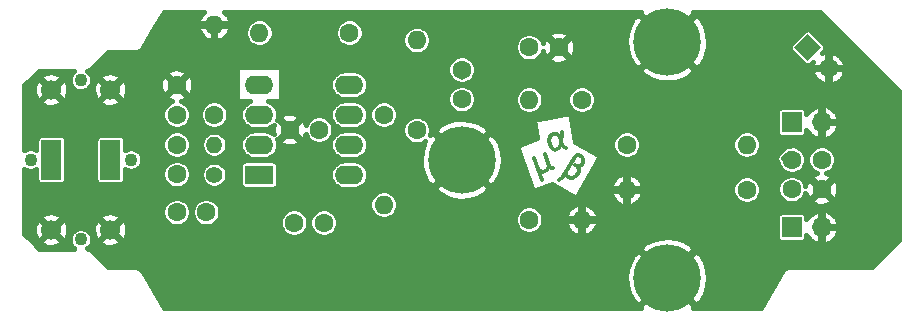
<source format=gtl>
G04 #@! TF.GenerationSoftware,KiCad,Pcbnew,5.1.5-52549c5~84~ubuntu19.10.1*
G04 #@! TF.CreationDate,2019-12-29T22:09:26+01:00*
G04 #@! TF.ProjectId,DIY_detector,4449595f-6465-4746-9563-746f722e6b69,V1.1*
G04 #@! TF.SameCoordinates,Original*
G04 #@! TF.FileFunction,Copper,L1,Top*
G04 #@! TF.FilePolarity,Positive*
%FSLAX46Y46*%
G04 Gerber Fmt 4.6, Leading zero omitted, Abs format (unit mm)*
G04 Created by KiCad (PCBNEW 5.1.5-52549c5~84~ubuntu19.10.1) date 2019-12-29 22:09:26*
%MOMM*%
%LPD*%
G04 APERTURE LIST*
%ADD10C,0.300000*%
%ADD11R,1.700000X1.700000*%
%ADD12O,1.700000X1.700000*%
%ADD13C,1.600000*%
%ADD14O,1.600000X1.600000*%
%ADD15C,1.400000*%
%ADD16O,1.400000X1.400000*%
%ADD17R,2.400000X1.600000*%
%ADD18O,2.400000X1.600000*%
%ADD19C,0.100000*%
%ADD20C,5.700000*%
%ADD21C,1.700000*%
%ADD22C,1.100000*%
%ADD23C,0.800000*%
%ADD24C,0.400000*%
%ADD25C,0.250000*%
G04 APERTURE END LIST*
D10*
X143623652Y-112368914D02*
X144307693Y-114248299D01*
X144876904Y-113027621D02*
X145031546Y-113174036D01*
X145243108Y-113198384D01*
X143981959Y-113353354D02*
X144136600Y-113499770D01*
X144348163Y-113524118D01*
X144706141Y-113393824D01*
X144852557Y-113239183D01*
X144876904Y-113027621D01*
X144518598Y-112043181D01*
X147267765Y-113025632D02*
X147385103Y-113203348D01*
X147419963Y-113333446D01*
X147407203Y-113546022D01*
X147216727Y-113875937D01*
X147039010Y-113993275D01*
X146908913Y-114028134D01*
X146696336Y-114015375D01*
X146448901Y-113872518D01*
X146331562Y-113694801D01*
X146296703Y-113564703D01*
X145703174Y-114211773D02*
X145833272Y-114176913D01*
X146010989Y-114059575D01*
X147058608Y-112245046D01*
X147236324Y-112127707D01*
X147448901Y-112140467D01*
X147696336Y-112283324D01*
X147813675Y-112461041D01*
X147800915Y-112673617D01*
X147658058Y-112921053D01*
X147480341Y-113038391D01*
X147267765Y-113025632D01*
X147102808Y-112930393D01*
X146036222Y-110192443D02*
X145920227Y-111179968D01*
X145859512Y-111384089D01*
X145782259Y-111494418D01*
X145611214Y-111621285D01*
X145423632Y-111654361D01*
X145219511Y-111593645D01*
X145109182Y-111516392D01*
X144965777Y-111251556D01*
X144899626Y-110876392D01*
X144943803Y-110578480D01*
X145021056Y-110468151D01*
X145192101Y-110341284D01*
X145379683Y-110308208D01*
X145583804Y-110368923D01*
X145694133Y-110446177D01*
X145821000Y-110617221D01*
X146030556Y-111257222D01*
X146157424Y-111428266D01*
X146361544Y-111488982D01*
D11*
X165440000Y-118215000D03*
D12*
X167980000Y-118215000D03*
D11*
X165440000Y-109325000D03*
D12*
X167980000Y-109325000D03*
D13*
X151470000Y-111230000D03*
D14*
X161630000Y-111230000D03*
D13*
X161630000Y-115040000D03*
D14*
X151470000Y-115040000D03*
D13*
X167980000Y-112500000D03*
X167980000Y-115000000D03*
D15*
X116545000Y-113770000D03*
D16*
X116545000Y-111230000D03*
D17*
X120355000Y-113770000D03*
D18*
X127975000Y-106150000D03*
X120355000Y-111230000D03*
X127975000Y-108690000D03*
X120355000Y-108690000D03*
X127975000Y-111230000D03*
X120355000Y-106150000D03*
X127975000Y-113770000D03*
G04 #@! TA.AperFunction,ComponentPad*
D19*
G36*
X165668629Y-103000000D02*
G01*
X166800000Y-101868629D01*
X167931371Y-103000000D01*
X166800000Y-104131371D01*
X165668629Y-103000000D01*
G37*
G04 #@! TD.AperFunction*
D13*
X168567767Y-104767767D03*
X113370000Y-111230000D03*
X113370000Y-113730000D03*
X113370000Y-116945000D03*
X115870000Y-116945000D03*
X113370000Y-108690000D03*
X113370000Y-106190000D03*
X123316000Y-117834000D03*
X125816000Y-117834000D03*
X125435000Y-109960000D03*
X122935000Y-109960000D03*
X137500000Y-104880000D03*
X137500000Y-107380000D03*
X143215000Y-102975000D03*
X145715000Y-102975000D03*
X165440000Y-112500000D03*
X165440000Y-115000000D03*
X116545000Y-108690000D03*
D14*
X116545000Y-101070000D03*
D13*
X130896000Y-108690000D03*
D14*
X130896000Y-116310000D03*
D13*
X133690000Y-110000000D03*
D14*
X133690000Y-102380000D03*
D13*
X128000000Y-101750000D03*
D14*
X120380000Y-101750000D03*
D20*
X137500000Y-112500000D03*
X154900000Y-122500000D03*
D21*
X107750000Y-118430000D03*
D11*
X107750000Y-113350000D03*
X107750000Y-111650000D03*
D21*
X107750000Y-106570000D03*
X102750000Y-106570000D03*
D11*
X102750000Y-111650000D03*
X102750000Y-113350000D03*
D21*
X102750000Y-118430000D03*
D13*
X143215000Y-117580000D03*
D14*
X143215000Y-107420000D03*
X147660000Y-117580000D03*
D13*
X147660000Y-107420000D03*
D22*
X105250000Y-105750000D03*
X109500000Y-112500000D03*
X101000000Y-112500000D03*
X105250000Y-119250000D03*
D20*
X154900000Y-102500000D03*
D23*
X107800000Y-103900000D03*
X110000000Y-103900000D03*
X108900000Y-103900000D03*
X111000000Y-103200000D03*
X111500000Y-102300000D03*
X112000000Y-101400000D03*
X169100000Y-121300000D03*
X168000000Y-121300000D03*
X166900000Y-121300000D03*
X165800000Y-121300000D03*
X164100000Y-122200000D03*
X163500000Y-123200000D03*
X162900000Y-124200000D03*
X164700000Y-121300000D03*
X112500000Y-100500000D03*
D24*
X165209000Y-111905000D02*
X165440000Y-111905000D01*
X164719000Y-112395000D02*
X165209000Y-111905000D01*
X165440000Y-114405000D02*
X165440000Y-115536370D01*
X131340000Y-116310000D02*
X131445000Y-116310000D01*
D25*
X137436500Y-105515000D02*
X137500000Y-105578500D01*
D24*
G36*
X115587451Y-100048672D02*
G01*
X115406599Y-100255105D01*
X115269495Y-100492854D01*
X115181408Y-100752782D01*
X115298572Y-100970000D01*
X116445000Y-100970000D01*
X116445000Y-100950000D01*
X116645000Y-100950000D01*
X116645000Y-100970000D01*
X117791428Y-100970000D01*
X117908592Y-100752782D01*
X117820505Y-100492854D01*
X117683401Y-100255105D01*
X117502549Y-100048672D01*
X117406638Y-99975000D01*
X152704681Y-99975000D01*
X152626521Y-100085100D01*
X154900000Y-102358579D01*
X157173479Y-100085100D01*
X157095319Y-99975000D01*
X167803250Y-99975000D01*
X174525000Y-106696751D01*
X174525001Y-119303248D01*
X172203250Y-121625000D01*
X165109697Y-121625000D01*
X165072654Y-121623486D01*
X165039890Y-121628622D01*
X165006884Y-121631873D01*
X164993762Y-121635853D01*
X164980216Y-121637977D01*
X164949081Y-121649407D01*
X164917346Y-121659034D01*
X164905255Y-121665497D01*
X164892381Y-121670223D01*
X164864074Y-121687508D01*
X164834827Y-121703141D01*
X164824226Y-121711841D01*
X164812525Y-121718986D01*
X164788139Y-121741457D01*
X164762499Y-121762499D01*
X164753800Y-121773099D01*
X164743717Y-121782390D01*
X164724184Y-121809186D01*
X164703141Y-121834827D01*
X164685661Y-121867530D01*
X162828327Y-125025000D01*
X157095319Y-125025000D01*
X157173479Y-124914900D01*
X154900000Y-122641421D01*
X152626521Y-124914900D01*
X152704681Y-125025000D01*
X112271674Y-125025000D01*
X110765131Y-122463877D01*
X151433495Y-122463877D01*
X151493056Y-123140852D01*
X151683544Y-123793201D01*
X151997638Y-124395852D01*
X152037775Y-124455922D01*
X152485100Y-124773479D01*
X154758579Y-122500000D01*
X155041421Y-122500000D01*
X157314900Y-124773479D01*
X157762225Y-124455922D01*
X158088809Y-123859947D01*
X158292850Y-123211710D01*
X158366505Y-122536123D01*
X158306944Y-121859148D01*
X158116456Y-121206799D01*
X157802362Y-120604148D01*
X157762225Y-120544078D01*
X157314900Y-120226521D01*
X155041421Y-122500000D01*
X154758579Y-122500000D01*
X152485100Y-120226521D01*
X152037775Y-120544078D01*
X151711191Y-121140053D01*
X151507150Y-121788290D01*
X151433495Y-122463877D01*
X110765131Y-122463877D01*
X110414349Y-121867548D01*
X110396859Y-121834827D01*
X110375803Y-121809171D01*
X110356282Y-121782391D01*
X110346206Y-121773107D01*
X110337501Y-121762499D01*
X110311849Y-121741447D01*
X110287474Y-121718986D01*
X110275777Y-121711843D01*
X110265173Y-121703141D01*
X110235918Y-121687504D01*
X110207618Y-121670223D01*
X110194747Y-121665498D01*
X110182654Y-121659034D01*
X110150914Y-121649406D01*
X110119783Y-121637977D01*
X110106239Y-121635854D01*
X110093116Y-121631873D01*
X110060109Y-121628622D01*
X110027346Y-121623486D01*
X109990313Y-121625000D01*
X107596752Y-121625000D01*
X106152384Y-120180634D01*
X106137501Y-120162499D01*
X106065173Y-120103141D01*
X106031421Y-120085100D01*
X152626521Y-120085100D01*
X154900000Y-122358579D01*
X157173479Y-120085100D01*
X156855922Y-119637775D01*
X156259947Y-119311191D01*
X155611710Y-119107150D01*
X154936123Y-119033495D01*
X154259148Y-119093056D01*
X153606799Y-119283544D01*
X153004148Y-119597638D01*
X152944078Y-119637775D01*
X152626521Y-120085100D01*
X106031421Y-120085100D01*
X105982654Y-120059034D01*
X105893116Y-120031873D01*
X105823332Y-120025000D01*
X105803072Y-120023005D01*
X105855590Y-119987913D01*
X105987913Y-119855590D01*
X106091879Y-119699994D01*
X106163492Y-119527105D01*
X106184358Y-119422202D01*
X106899220Y-119422202D01*
X106976509Y-119664750D01*
X107232259Y-119791925D01*
X107507906Y-119866762D01*
X107792856Y-119886386D01*
X108076159Y-119850042D01*
X108346928Y-119759125D01*
X108523491Y-119664750D01*
X108600780Y-119422202D01*
X107750000Y-118571421D01*
X106899220Y-119422202D01*
X106184358Y-119422202D01*
X106200000Y-119343567D01*
X106200000Y-119156433D01*
X106163492Y-118972895D01*
X106091879Y-118800006D01*
X105987913Y-118644410D01*
X105855590Y-118512087D01*
X105796877Y-118472856D01*
X106293614Y-118472856D01*
X106329958Y-118756159D01*
X106420875Y-119026928D01*
X106515250Y-119203491D01*
X106757798Y-119280780D01*
X107608579Y-118430000D01*
X107891421Y-118430000D01*
X108742202Y-119280780D01*
X108984750Y-119203491D01*
X109111925Y-118947741D01*
X109186762Y-118672094D01*
X109206386Y-118387144D01*
X109170042Y-118103841D01*
X109079125Y-117833072D01*
X108984750Y-117656509D01*
X108742202Y-117579220D01*
X107891421Y-118430000D01*
X107608579Y-118430000D01*
X106757798Y-117579220D01*
X106515250Y-117656509D01*
X106388075Y-117912259D01*
X106313238Y-118187906D01*
X106293614Y-118472856D01*
X105796877Y-118472856D01*
X105699994Y-118408121D01*
X105527105Y-118336508D01*
X105343567Y-118300000D01*
X105156433Y-118300000D01*
X104972895Y-118336508D01*
X104800006Y-118408121D01*
X104644410Y-118512087D01*
X104512087Y-118644410D01*
X104408121Y-118800006D01*
X104336508Y-118972895D01*
X104300000Y-119156433D01*
X104300000Y-119343567D01*
X104336508Y-119527105D01*
X104408121Y-119699994D01*
X104512087Y-119855590D01*
X104644410Y-119987913D01*
X104699915Y-120025000D01*
X101696751Y-120025000D01*
X101093953Y-119422202D01*
X101899220Y-119422202D01*
X101976509Y-119664750D01*
X102232259Y-119791925D01*
X102507906Y-119866762D01*
X102792856Y-119886386D01*
X103076159Y-119850042D01*
X103346928Y-119759125D01*
X103523491Y-119664750D01*
X103600780Y-119422202D01*
X102750000Y-118571421D01*
X101899220Y-119422202D01*
X101093953Y-119422202D01*
X100475000Y-118803250D01*
X100475000Y-118472856D01*
X101293614Y-118472856D01*
X101329958Y-118756159D01*
X101420875Y-119026928D01*
X101515250Y-119203491D01*
X101757798Y-119280780D01*
X102608579Y-118430000D01*
X102891421Y-118430000D01*
X103742202Y-119280780D01*
X103984750Y-119203491D01*
X104111925Y-118947741D01*
X104186762Y-118672094D01*
X104206386Y-118387144D01*
X104170042Y-118103841D01*
X104079125Y-117833072D01*
X103984750Y-117656509D01*
X103742202Y-117579220D01*
X102891421Y-118430000D01*
X102608579Y-118430000D01*
X101757798Y-117579220D01*
X101515250Y-117656509D01*
X101388075Y-117912259D01*
X101313238Y-118187906D01*
X101293614Y-118472856D01*
X100475000Y-118472856D01*
X100475000Y-117437798D01*
X101899220Y-117437798D01*
X102750000Y-118288579D01*
X103600780Y-117437798D01*
X106899220Y-117437798D01*
X107750000Y-118288579D01*
X108600780Y-117437798D01*
X108523491Y-117195250D01*
X108267741Y-117068075D01*
X107992094Y-116993238D01*
X107707144Y-116973614D01*
X107423841Y-117009958D01*
X107153072Y-117100875D01*
X106976509Y-117195250D01*
X106899220Y-117437798D01*
X103600780Y-117437798D01*
X103523491Y-117195250D01*
X103267741Y-117068075D01*
X102992094Y-116993238D01*
X102707144Y-116973614D01*
X102423841Y-117009958D01*
X102153072Y-117100875D01*
X101976509Y-117195250D01*
X101899220Y-117437798D01*
X100475000Y-117437798D01*
X100475000Y-116826810D01*
X112170000Y-116826810D01*
X112170000Y-117063190D01*
X112216116Y-117295027D01*
X112306574Y-117513413D01*
X112437899Y-117709955D01*
X112605045Y-117877101D01*
X112801587Y-118008426D01*
X113019973Y-118098884D01*
X113251810Y-118145000D01*
X113488190Y-118145000D01*
X113720027Y-118098884D01*
X113938413Y-118008426D01*
X114134955Y-117877101D01*
X114302101Y-117709955D01*
X114433426Y-117513413D01*
X114523884Y-117295027D01*
X114570000Y-117063190D01*
X114570000Y-116826810D01*
X114670000Y-116826810D01*
X114670000Y-117063190D01*
X114716116Y-117295027D01*
X114806574Y-117513413D01*
X114937899Y-117709955D01*
X115105045Y-117877101D01*
X115301587Y-118008426D01*
X115519973Y-118098884D01*
X115751810Y-118145000D01*
X115988190Y-118145000D01*
X116220027Y-118098884D01*
X116438413Y-118008426D01*
X116634955Y-117877101D01*
X116796246Y-117715810D01*
X122116000Y-117715810D01*
X122116000Y-117952190D01*
X122162116Y-118184027D01*
X122252574Y-118402413D01*
X122383899Y-118598955D01*
X122551045Y-118766101D01*
X122747587Y-118897426D01*
X122965973Y-118987884D01*
X123197810Y-119034000D01*
X123434190Y-119034000D01*
X123666027Y-118987884D01*
X123884413Y-118897426D01*
X124080955Y-118766101D01*
X124248101Y-118598955D01*
X124379426Y-118402413D01*
X124469884Y-118184027D01*
X124516000Y-117952190D01*
X124516000Y-117715810D01*
X124616000Y-117715810D01*
X124616000Y-117952190D01*
X124662116Y-118184027D01*
X124752574Y-118402413D01*
X124883899Y-118598955D01*
X125051045Y-118766101D01*
X125247587Y-118897426D01*
X125465973Y-118987884D01*
X125697810Y-119034000D01*
X125934190Y-119034000D01*
X126166027Y-118987884D01*
X126384413Y-118897426D01*
X126580955Y-118766101D01*
X126748101Y-118598955D01*
X126879426Y-118402413D01*
X126969884Y-118184027D01*
X127016000Y-117952190D01*
X127016000Y-117715810D01*
X126969884Y-117483973D01*
X126879426Y-117265587D01*
X126748101Y-117069045D01*
X126580955Y-116901899D01*
X126384413Y-116770574D01*
X126166027Y-116680116D01*
X125934190Y-116634000D01*
X125697810Y-116634000D01*
X125465973Y-116680116D01*
X125247587Y-116770574D01*
X125051045Y-116901899D01*
X124883899Y-117069045D01*
X124752574Y-117265587D01*
X124662116Y-117483973D01*
X124616000Y-117715810D01*
X124516000Y-117715810D01*
X124469884Y-117483973D01*
X124379426Y-117265587D01*
X124248101Y-117069045D01*
X124080955Y-116901899D01*
X123884413Y-116770574D01*
X123666027Y-116680116D01*
X123434190Y-116634000D01*
X123197810Y-116634000D01*
X122965973Y-116680116D01*
X122747587Y-116770574D01*
X122551045Y-116901899D01*
X122383899Y-117069045D01*
X122252574Y-117265587D01*
X122162116Y-117483973D01*
X122116000Y-117715810D01*
X116796246Y-117715810D01*
X116802101Y-117709955D01*
X116933426Y-117513413D01*
X117023884Y-117295027D01*
X117070000Y-117063190D01*
X117070000Y-116826810D01*
X117023884Y-116594973D01*
X116933426Y-116376587D01*
X116809963Y-116191810D01*
X129696000Y-116191810D01*
X129696000Y-116428190D01*
X129742116Y-116660027D01*
X129832574Y-116878413D01*
X129963899Y-117074955D01*
X130131045Y-117242101D01*
X130327587Y-117373426D01*
X130545973Y-117463884D01*
X130777810Y-117510000D01*
X131014190Y-117510000D01*
X131246027Y-117463884D01*
X131251034Y-117461810D01*
X142015000Y-117461810D01*
X142015000Y-117698190D01*
X142061116Y-117930027D01*
X142151574Y-118148413D01*
X142282899Y-118344955D01*
X142450045Y-118512101D01*
X142646587Y-118643426D01*
X142864973Y-118733884D01*
X143096810Y-118780000D01*
X143333190Y-118780000D01*
X143565027Y-118733884D01*
X143783413Y-118643426D01*
X143979955Y-118512101D01*
X144147101Y-118344955D01*
X144278426Y-118148413D01*
X144368884Y-117930027D01*
X144375410Y-117897218D01*
X146296408Y-117897218D01*
X146384495Y-118157146D01*
X146521599Y-118394895D01*
X146702451Y-118601328D01*
X146920101Y-118768512D01*
X147166185Y-118890022D01*
X147342782Y-118943588D01*
X147560000Y-118825994D01*
X147560000Y-117680000D01*
X147760000Y-117680000D01*
X147760000Y-118825994D01*
X147977218Y-118943588D01*
X148153815Y-118890022D01*
X148399899Y-118768512D01*
X148617549Y-118601328D01*
X148798401Y-118394895D01*
X148935505Y-118157146D01*
X149023592Y-117897218D01*
X148906428Y-117680000D01*
X147760000Y-117680000D01*
X147560000Y-117680000D01*
X146413572Y-117680000D01*
X146296408Y-117897218D01*
X144375410Y-117897218D01*
X144415000Y-117698190D01*
X144415000Y-117461810D01*
X144375411Y-117262782D01*
X146296408Y-117262782D01*
X146413572Y-117480000D01*
X147560000Y-117480000D01*
X147560000Y-116334006D01*
X147760000Y-116334006D01*
X147760000Y-117480000D01*
X148906428Y-117480000D01*
X148968457Y-117365000D01*
X164188065Y-117365000D01*
X164188065Y-119065000D01*
X164195788Y-119143414D01*
X164218660Y-119218814D01*
X164255803Y-119288303D01*
X164305789Y-119349211D01*
X164366697Y-119399197D01*
X164436186Y-119436340D01*
X164511586Y-119459212D01*
X164590000Y-119466935D01*
X166290000Y-119466935D01*
X166368414Y-119459212D01*
X166443814Y-119436340D01*
X166513303Y-119399197D01*
X166574211Y-119349211D01*
X166624197Y-119288303D01*
X166661340Y-119218814D01*
X166684212Y-119143414D01*
X166691935Y-119065000D01*
X166691935Y-118869604D01*
X166798861Y-119056085D01*
X166985644Y-119270353D01*
X167210639Y-119444064D01*
X167465201Y-119570543D01*
X167654941Y-119628095D01*
X167880000Y-119511148D01*
X167880000Y-118315000D01*
X168080000Y-118315000D01*
X168080000Y-119511148D01*
X168305059Y-119628095D01*
X168494799Y-119570543D01*
X168749361Y-119444064D01*
X168974356Y-119270353D01*
X169161139Y-119056085D01*
X169302531Y-118809495D01*
X169393099Y-118540059D01*
X169276552Y-118315000D01*
X168080000Y-118315000D01*
X167880000Y-118315000D01*
X167860000Y-118315000D01*
X167860000Y-118115000D01*
X167880000Y-118115000D01*
X167880000Y-116918852D01*
X168080000Y-116918852D01*
X168080000Y-118115000D01*
X169276552Y-118115000D01*
X169393099Y-117889941D01*
X169302531Y-117620505D01*
X169161139Y-117373915D01*
X168974356Y-117159647D01*
X168749361Y-116985936D01*
X168494799Y-116859457D01*
X168305059Y-116801905D01*
X168080000Y-116918852D01*
X167880000Y-116918852D01*
X167654941Y-116801905D01*
X167465201Y-116859457D01*
X167210639Y-116985936D01*
X166985644Y-117159647D01*
X166798861Y-117373915D01*
X166691935Y-117560396D01*
X166691935Y-117365000D01*
X166684212Y-117286586D01*
X166661340Y-117211186D01*
X166624197Y-117141697D01*
X166574211Y-117080789D01*
X166513303Y-117030803D01*
X166443814Y-116993660D01*
X166368414Y-116970788D01*
X166290000Y-116963065D01*
X164590000Y-116963065D01*
X164511586Y-116970788D01*
X164436186Y-116993660D01*
X164366697Y-117030803D01*
X164305789Y-117080789D01*
X164255803Y-117141697D01*
X164218660Y-117211186D01*
X164195788Y-117286586D01*
X164188065Y-117365000D01*
X148968457Y-117365000D01*
X149023592Y-117262782D01*
X148935505Y-117002854D01*
X148798401Y-116765105D01*
X148617549Y-116558672D01*
X148399899Y-116391488D01*
X148153815Y-116269978D01*
X147977218Y-116216412D01*
X147760000Y-116334006D01*
X147560000Y-116334006D01*
X147342782Y-116216412D01*
X147166185Y-116269978D01*
X146920101Y-116391488D01*
X146702451Y-116558672D01*
X146521599Y-116765105D01*
X146384495Y-117002854D01*
X146296408Y-117262782D01*
X144375411Y-117262782D01*
X144368884Y-117229973D01*
X144278426Y-117011587D01*
X144147101Y-116815045D01*
X143979955Y-116647899D01*
X143783413Y-116516574D01*
X143565027Y-116426116D01*
X143333190Y-116380000D01*
X143096810Y-116380000D01*
X142864973Y-116426116D01*
X142646587Y-116516574D01*
X142450045Y-116647899D01*
X142282899Y-116815045D01*
X142151574Y-117011587D01*
X142061116Y-117229973D01*
X142015000Y-117461810D01*
X131251034Y-117461810D01*
X131464413Y-117373426D01*
X131660955Y-117242101D01*
X131828101Y-117074955D01*
X131959426Y-116878413D01*
X132049884Y-116660027D01*
X132096000Y-116428190D01*
X132096000Y-116191810D01*
X132049884Y-115959973D01*
X131959426Y-115741587D01*
X131828101Y-115545045D01*
X131660955Y-115377899D01*
X131464413Y-115246574D01*
X131246027Y-115156116D01*
X131014190Y-115110000D01*
X130777810Y-115110000D01*
X130545973Y-115156116D01*
X130327587Y-115246574D01*
X130131045Y-115377899D01*
X129963899Y-115545045D01*
X129832574Y-115741587D01*
X129742116Y-115959973D01*
X129696000Y-116191810D01*
X116809963Y-116191810D01*
X116802101Y-116180045D01*
X116634955Y-116012899D01*
X116438413Y-115881574D01*
X116220027Y-115791116D01*
X115988190Y-115745000D01*
X115751810Y-115745000D01*
X115519973Y-115791116D01*
X115301587Y-115881574D01*
X115105045Y-116012899D01*
X114937899Y-116180045D01*
X114806574Y-116376587D01*
X114716116Y-116594973D01*
X114670000Y-116826810D01*
X114570000Y-116826810D01*
X114523884Y-116594973D01*
X114433426Y-116376587D01*
X114302101Y-116180045D01*
X114134955Y-116012899D01*
X113938413Y-115881574D01*
X113720027Y-115791116D01*
X113488190Y-115745000D01*
X113251810Y-115745000D01*
X113019973Y-115791116D01*
X112801587Y-115881574D01*
X112605045Y-116012899D01*
X112437899Y-116180045D01*
X112306574Y-116376587D01*
X112216116Y-116594973D01*
X112170000Y-116826810D01*
X100475000Y-116826810D01*
X100475000Y-113291762D01*
X100550006Y-113341879D01*
X100722895Y-113413492D01*
X100906433Y-113450000D01*
X101093567Y-113450000D01*
X101277105Y-113413492D01*
X101449994Y-113341879D01*
X101498065Y-113309759D01*
X101498065Y-114200000D01*
X101505788Y-114278414D01*
X101528660Y-114353814D01*
X101565803Y-114423303D01*
X101615789Y-114484211D01*
X101676697Y-114534197D01*
X101746186Y-114571340D01*
X101821586Y-114594212D01*
X101900000Y-114601935D01*
X103600000Y-114601935D01*
X103678414Y-114594212D01*
X103753814Y-114571340D01*
X103823303Y-114534197D01*
X103884211Y-114484211D01*
X103934197Y-114423303D01*
X103971340Y-114353814D01*
X103994212Y-114278414D01*
X104001935Y-114200000D01*
X104001935Y-110800000D01*
X106498065Y-110800000D01*
X106498065Y-114200000D01*
X106505788Y-114278414D01*
X106528660Y-114353814D01*
X106565803Y-114423303D01*
X106615789Y-114484211D01*
X106676697Y-114534197D01*
X106746186Y-114571340D01*
X106821586Y-114594212D01*
X106900000Y-114601935D01*
X108600000Y-114601935D01*
X108678414Y-114594212D01*
X108753814Y-114571340D01*
X108823303Y-114534197D01*
X108884211Y-114484211D01*
X108934197Y-114423303D01*
X108971340Y-114353814D01*
X108994212Y-114278414D01*
X109001935Y-114200000D01*
X109001935Y-113611810D01*
X112170000Y-113611810D01*
X112170000Y-113848190D01*
X112216116Y-114080027D01*
X112306574Y-114298413D01*
X112437899Y-114494955D01*
X112605045Y-114662101D01*
X112801587Y-114793426D01*
X113019973Y-114883884D01*
X113251810Y-114930000D01*
X113488190Y-114930000D01*
X113720027Y-114883884D01*
X113938413Y-114793426D01*
X114134955Y-114662101D01*
X114302101Y-114494955D01*
X114433426Y-114298413D01*
X114523884Y-114080027D01*
X114570000Y-113848190D01*
X114570000Y-113661659D01*
X115445000Y-113661659D01*
X115445000Y-113878341D01*
X115487273Y-114090858D01*
X115570193Y-114291045D01*
X115690575Y-114471209D01*
X115843791Y-114624425D01*
X116023955Y-114744807D01*
X116224142Y-114827727D01*
X116436659Y-114870000D01*
X116653341Y-114870000D01*
X116865858Y-114827727D01*
X117066045Y-114744807D01*
X117246209Y-114624425D01*
X117399425Y-114471209D01*
X117519807Y-114291045D01*
X117602727Y-114090858D01*
X117645000Y-113878341D01*
X117645000Y-113661659D01*
X117602727Y-113449142D01*
X117519807Y-113248955D01*
X117399425Y-113068791D01*
X117300634Y-112970000D01*
X118753065Y-112970000D01*
X118753065Y-114570000D01*
X118760788Y-114648414D01*
X118783660Y-114723814D01*
X118820803Y-114793303D01*
X118870789Y-114854211D01*
X118931697Y-114904197D01*
X119001186Y-114941340D01*
X119076586Y-114964212D01*
X119155000Y-114971935D01*
X121555000Y-114971935D01*
X121633414Y-114964212D01*
X121708814Y-114941340D01*
X121778303Y-114904197D01*
X121839211Y-114854211D01*
X121889197Y-114793303D01*
X121926340Y-114723814D01*
X121949212Y-114648414D01*
X121956935Y-114570000D01*
X121956935Y-113770000D01*
X126369194Y-113770000D01*
X126392363Y-114005241D01*
X126460981Y-114231442D01*
X126572409Y-114439910D01*
X126722366Y-114622634D01*
X126905090Y-114772591D01*
X127113558Y-114884019D01*
X127339759Y-114952637D01*
X127516050Y-114970000D01*
X128433950Y-114970000D01*
X128610241Y-114952637D01*
X128734641Y-114914900D01*
X135226521Y-114914900D01*
X135544078Y-115362225D01*
X136140053Y-115688809D01*
X136788290Y-115892850D01*
X137463877Y-115966505D01*
X138140852Y-115906944D01*
X138793201Y-115716456D01*
X139395852Y-115402362D01*
X139455922Y-115362225D01*
X139773479Y-114914900D01*
X137500000Y-112641421D01*
X135226521Y-114914900D01*
X128734641Y-114914900D01*
X128836442Y-114884019D01*
X129044910Y-114772591D01*
X129227634Y-114622634D01*
X129377591Y-114439910D01*
X129489019Y-114231442D01*
X129557637Y-114005241D01*
X129580806Y-113770000D01*
X129557637Y-113534759D01*
X129489019Y-113308558D01*
X129377591Y-113100090D01*
X129227634Y-112917366D01*
X129044910Y-112767409D01*
X128836442Y-112655981D01*
X128610241Y-112587363D01*
X128433950Y-112570000D01*
X127516050Y-112570000D01*
X127339759Y-112587363D01*
X127113558Y-112655981D01*
X126905090Y-112767409D01*
X126722366Y-112917366D01*
X126572409Y-113100090D01*
X126460981Y-113308558D01*
X126392363Y-113534759D01*
X126369194Y-113770000D01*
X121956935Y-113770000D01*
X121956935Y-112970000D01*
X121949212Y-112891586D01*
X121926340Y-112816186D01*
X121889197Y-112746697D01*
X121839211Y-112685789D01*
X121778303Y-112635803D01*
X121708814Y-112598660D01*
X121633414Y-112575788D01*
X121555000Y-112568065D01*
X119155000Y-112568065D01*
X119076586Y-112575788D01*
X119001186Y-112598660D01*
X118931697Y-112635803D01*
X118870789Y-112685789D01*
X118820803Y-112746697D01*
X118783660Y-112816186D01*
X118760788Y-112891586D01*
X118753065Y-112970000D01*
X117300634Y-112970000D01*
X117246209Y-112915575D01*
X117066045Y-112795193D01*
X116865858Y-112712273D01*
X116653341Y-112670000D01*
X116436659Y-112670000D01*
X116224142Y-112712273D01*
X116023955Y-112795193D01*
X115843791Y-112915575D01*
X115690575Y-113068791D01*
X115570193Y-113248955D01*
X115487273Y-113449142D01*
X115445000Y-113661659D01*
X114570000Y-113661659D01*
X114570000Y-113611810D01*
X114523884Y-113379973D01*
X114433426Y-113161587D01*
X114302101Y-112965045D01*
X114134955Y-112797899D01*
X113938413Y-112666574D01*
X113720027Y-112576116D01*
X113488190Y-112530000D01*
X113251810Y-112530000D01*
X113019973Y-112576116D01*
X112801587Y-112666574D01*
X112605045Y-112797899D01*
X112437899Y-112965045D01*
X112306574Y-113161587D01*
X112216116Y-113379973D01*
X112170000Y-113611810D01*
X109001935Y-113611810D01*
X109001935Y-113309759D01*
X109050006Y-113341879D01*
X109222895Y-113413492D01*
X109406433Y-113450000D01*
X109593567Y-113450000D01*
X109777105Y-113413492D01*
X109949994Y-113341879D01*
X110105590Y-113237913D01*
X110237913Y-113105590D01*
X110341879Y-112949994D01*
X110413492Y-112777105D01*
X110450000Y-112593567D01*
X110450000Y-112406433D01*
X110413492Y-112222895D01*
X110341879Y-112050006D01*
X110237913Y-111894410D01*
X110105590Y-111762087D01*
X109949994Y-111658121D01*
X109777105Y-111586508D01*
X109593567Y-111550000D01*
X109406433Y-111550000D01*
X109222895Y-111586508D01*
X109050006Y-111658121D01*
X109001935Y-111690241D01*
X109001935Y-111111810D01*
X112170000Y-111111810D01*
X112170000Y-111348190D01*
X112216116Y-111580027D01*
X112306574Y-111798413D01*
X112437899Y-111994955D01*
X112605045Y-112162101D01*
X112801587Y-112293426D01*
X113019973Y-112383884D01*
X113251810Y-112430000D01*
X113488190Y-112430000D01*
X113720027Y-112383884D01*
X113938413Y-112293426D01*
X114134955Y-112162101D01*
X114302101Y-111994955D01*
X114433426Y-111798413D01*
X114523884Y-111580027D01*
X114570000Y-111348190D01*
X114570000Y-111121659D01*
X115445000Y-111121659D01*
X115445000Y-111338341D01*
X115487273Y-111550858D01*
X115570193Y-111751045D01*
X115690575Y-111931209D01*
X115843791Y-112084425D01*
X116023955Y-112204807D01*
X116224142Y-112287727D01*
X116436659Y-112330000D01*
X116653341Y-112330000D01*
X116865858Y-112287727D01*
X117066045Y-112204807D01*
X117246209Y-112084425D01*
X117399425Y-111931209D01*
X117519807Y-111751045D01*
X117602727Y-111550858D01*
X117645000Y-111338341D01*
X117645000Y-111121659D01*
X117602727Y-110909142D01*
X117519807Y-110708955D01*
X117399425Y-110528791D01*
X117246209Y-110375575D01*
X117066045Y-110255193D01*
X116865858Y-110172273D01*
X116653341Y-110130000D01*
X116436659Y-110130000D01*
X116224142Y-110172273D01*
X116023955Y-110255193D01*
X115843791Y-110375575D01*
X115690575Y-110528791D01*
X115570193Y-110708955D01*
X115487273Y-110909142D01*
X115445000Y-111121659D01*
X114570000Y-111121659D01*
X114570000Y-111111810D01*
X114523884Y-110879973D01*
X114433426Y-110661587D01*
X114302101Y-110465045D01*
X114134955Y-110297899D01*
X113938413Y-110166574D01*
X113720027Y-110076116D01*
X113488190Y-110030000D01*
X113251810Y-110030000D01*
X113019973Y-110076116D01*
X112801587Y-110166574D01*
X112605045Y-110297899D01*
X112437899Y-110465045D01*
X112306574Y-110661587D01*
X112216116Y-110879973D01*
X112170000Y-111111810D01*
X109001935Y-111111810D01*
X109001935Y-110800000D01*
X108994212Y-110721586D01*
X108971340Y-110646186D01*
X108934197Y-110576697D01*
X108884211Y-110515789D01*
X108823303Y-110465803D01*
X108753814Y-110428660D01*
X108678414Y-110405788D01*
X108600000Y-110398065D01*
X106900000Y-110398065D01*
X106821586Y-110405788D01*
X106746186Y-110428660D01*
X106676697Y-110465803D01*
X106615789Y-110515789D01*
X106565803Y-110576697D01*
X106528660Y-110646186D01*
X106505788Y-110721586D01*
X106498065Y-110800000D01*
X104001935Y-110800000D01*
X103994212Y-110721586D01*
X103971340Y-110646186D01*
X103934197Y-110576697D01*
X103884211Y-110515789D01*
X103823303Y-110465803D01*
X103753814Y-110428660D01*
X103678414Y-110405788D01*
X103600000Y-110398065D01*
X101900000Y-110398065D01*
X101821586Y-110405788D01*
X101746186Y-110428660D01*
X101676697Y-110465803D01*
X101615789Y-110515789D01*
X101565803Y-110576697D01*
X101528660Y-110646186D01*
X101505788Y-110721586D01*
X101498065Y-110800000D01*
X101498065Y-111690241D01*
X101449994Y-111658121D01*
X101277105Y-111586508D01*
X101093567Y-111550000D01*
X100906433Y-111550000D01*
X100722895Y-111586508D01*
X100550006Y-111658121D01*
X100475000Y-111708238D01*
X100475000Y-108571810D01*
X112170000Y-108571810D01*
X112170000Y-108808190D01*
X112216116Y-109040027D01*
X112306574Y-109258413D01*
X112437899Y-109454955D01*
X112605045Y-109622101D01*
X112801587Y-109753426D01*
X113019973Y-109843884D01*
X113251810Y-109890000D01*
X113488190Y-109890000D01*
X113720027Y-109843884D01*
X113938413Y-109753426D01*
X114134955Y-109622101D01*
X114302101Y-109454955D01*
X114433426Y-109258413D01*
X114523884Y-109040027D01*
X114570000Y-108808190D01*
X114570000Y-108571810D01*
X115345000Y-108571810D01*
X115345000Y-108808190D01*
X115391116Y-109040027D01*
X115481574Y-109258413D01*
X115612899Y-109454955D01*
X115780045Y-109622101D01*
X115976587Y-109753426D01*
X116194973Y-109843884D01*
X116426810Y-109890000D01*
X116663190Y-109890000D01*
X116895027Y-109843884D01*
X117113413Y-109753426D01*
X117309955Y-109622101D01*
X117477101Y-109454955D01*
X117608426Y-109258413D01*
X117698884Y-109040027D01*
X117745000Y-108808190D01*
X117745000Y-108571810D01*
X117698884Y-108339973D01*
X117608426Y-108121587D01*
X117477101Y-107925045D01*
X117309955Y-107757899D01*
X117113413Y-107626574D01*
X116895027Y-107536116D01*
X116663190Y-107490000D01*
X116426810Y-107490000D01*
X116194973Y-107536116D01*
X115976587Y-107626574D01*
X115780045Y-107757899D01*
X115612899Y-107925045D01*
X115481574Y-108121587D01*
X115391116Y-108339973D01*
X115345000Y-108571810D01*
X114570000Y-108571810D01*
X114523884Y-108339973D01*
X114433426Y-108121587D01*
X114302101Y-107925045D01*
X114134955Y-107757899D01*
X113938413Y-107626574D01*
X113737875Y-107543509D01*
X113949496Y-107471874D01*
X114113888Y-107384004D01*
X114185145Y-107146566D01*
X113370000Y-106331421D01*
X112554855Y-107146566D01*
X112626112Y-107384004D01*
X112873344Y-107506187D01*
X113006075Y-107541873D01*
X112801587Y-107626574D01*
X112605045Y-107757899D01*
X112437899Y-107925045D01*
X112306574Y-108121587D01*
X112216116Y-108339973D01*
X112170000Y-108571810D01*
X100475000Y-108571810D01*
X100475000Y-107562202D01*
X101899220Y-107562202D01*
X101976509Y-107804750D01*
X102232259Y-107931925D01*
X102507906Y-108006762D01*
X102792856Y-108026386D01*
X103076159Y-107990042D01*
X103346928Y-107899125D01*
X103523491Y-107804750D01*
X103600780Y-107562202D01*
X106899220Y-107562202D01*
X106976509Y-107804750D01*
X107232259Y-107931925D01*
X107507906Y-108006762D01*
X107792856Y-108026386D01*
X108076159Y-107990042D01*
X108346928Y-107899125D01*
X108523491Y-107804750D01*
X108600780Y-107562202D01*
X107750000Y-106711421D01*
X106899220Y-107562202D01*
X103600780Y-107562202D01*
X102750000Y-106711421D01*
X101899220Y-107562202D01*
X100475000Y-107562202D01*
X100475000Y-106612856D01*
X101293614Y-106612856D01*
X101329958Y-106896159D01*
X101420875Y-107166928D01*
X101515250Y-107343491D01*
X101757798Y-107420780D01*
X102608579Y-106570000D01*
X102891421Y-106570000D01*
X103742202Y-107420780D01*
X103984750Y-107343491D01*
X104111925Y-107087741D01*
X104186762Y-106812094D01*
X104206386Y-106527144D01*
X104170042Y-106243841D01*
X104079125Y-105973072D01*
X103984750Y-105796509D01*
X103742202Y-105719220D01*
X102891421Y-106570000D01*
X102608579Y-106570000D01*
X101757798Y-105719220D01*
X101515250Y-105796509D01*
X101388075Y-106052259D01*
X101313238Y-106327906D01*
X101293614Y-106612856D01*
X100475000Y-106612856D01*
X100475000Y-106196750D01*
X101093952Y-105577798D01*
X101899220Y-105577798D01*
X102750000Y-106428579D01*
X103600780Y-105577798D01*
X103523491Y-105335250D01*
X103267741Y-105208075D01*
X102992094Y-105133238D01*
X102707144Y-105113614D01*
X102423841Y-105149958D01*
X102153072Y-105240875D01*
X101976509Y-105335250D01*
X101899220Y-105577798D01*
X101093952Y-105577798D01*
X101696751Y-104975000D01*
X104699915Y-104975000D01*
X104644410Y-105012087D01*
X104512087Y-105144410D01*
X104408121Y-105300006D01*
X104336508Y-105472895D01*
X104300000Y-105656433D01*
X104300000Y-105843567D01*
X104336508Y-106027105D01*
X104408121Y-106199994D01*
X104512087Y-106355590D01*
X104644410Y-106487913D01*
X104800006Y-106591879D01*
X104972895Y-106663492D01*
X105156433Y-106700000D01*
X105343567Y-106700000D01*
X105527105Y-106663492D01*
X105649351Y-106612856D01*
X106293614Y-106612856D01*
X106329958Y-106896159D01*
X106420875Y-107166928D01*
X106515250Y-107343491D01*
X106757798Y-107420780D01*
X107608579Y-106570000D01*
X107891421Y-106570000D01*
X108742202Y-107420780D01*
X108984750Y-107343491D01*
X109111925Y-107087741D01*
X109186762Y-106812094D01*
X109206386Y-106527144D01*
X109170042Y-106243841D01*
X109167018Y-106234833D01*
X111963940Y-106234833D01*
X111999703Y-106508280D01*
X112088126Y-106769496D01*
X112175996Y-106933888D01*
X112413434Y-107005145D01*
X113228579Y-106190000D01*
X113511421Y-106190000D01*
X114326566Y-107005145D01*
X114564004Y-106933888D01*
X114686187Y-106686656D01*
X114757789Y-106420337D01*
X114776060Y-106145167D01*
X114740297Y-105871720D01*
X114651874Y-105610504D01*
X114564004Y-105446112D01*
X114326566Y-105374855D01*
X113511421Y-106190000D01*
X113228579Y-106190000D01*
X112413434Y-105374855D01*
X112175996Y-105446112D01*
X112053813Y-105693344D01*
X111982211Y-105959663D01*
X111963940Y-106234833D01*
X109167018Y-106234833D01*
X109079125Y-105973072D01*
X108984750Y-105796509D01*
X108742202Y-105719220D01*
X107891421Y-106570000D01*
X107608579Y-106570000D01*
X106757798Y-105719220D01*
X106515250Y-105796509D01*
X106388075Y-106052259D01*
X106313238Y-106327906D01*
X106293614Y-106612856D01*
X105649351Y-106612856D01*
X105699994Y-106591879D01*
X105855590Y-106487913D01*
X105987913Y-106355590D01*
X106091879Y-106199994D01*
X106163492Y-106027105D01*
X106200000Y-105843567D01*
X106200000Y-105656433D01*
X106184359Y-105577798D01*
X106899220Y-105577798D01*
X107750000Y-106428579D01*
X108600780Y-105577798D01*
X108523491Y-105335250D01*
X108318739Y-105233434D01*
X112554855Y-105233434D01*
X113370000Y-106048579D01*
X114185145Y-105233434D01*
X114113888Y-104995996D01*
X113879176Y-104880000D01*
X118504000Y-104880000D01*
X118504000Y-107337305D01*
X118507843Y-107376323D01*
X118519224Y-107413842D01*
X118537706Y-107448419D01*
X118562579Y-107478726D01*
X118592886Y-107503599D01*
X118627463Y-107522081D01*
X118664982Y-107533462D01*
X118704000Y-107537305D01*
X119621054Y-107537305D01*
X119493558Y-107575981D01*
X119285090Y-107687409D01*
X119102366Y-107837366D01*
X118952409Y-108020090D01*
X118840981Y-108228558D01*
X118772363Y-108454759D01*
X118749194Y-108690000D01*
X118772363Y-108925241D01*
X118840981Y-109151442D01*
X118952409Y-109359910D01*
X119102366Y-109542634D01*
X119285090Y-109692591D01*
X119493558Y-109804019D01*
X119719759Y-109872637D01*
X119896050Y-109890000D01*
X120813950Y-109890000D01*
X120990241Y-109872637D01*
X121216442Y-109804019D01*
X121424910Y-109692591D01*
X121594625Y-109553310D01*
X121547211Y-109729663D01*
X121528940Y-110004833D01*
X121564703Y-110278280D01*
X121594632Y-110366696D01*
X121424910Y-110227409D01*
X121216442Y-110115981D01*
X120990241Y-110047363D01*
X120813950Y-110030000D01*
X119896050Y-110030000D01*
X119719759Y-110047363D01*
X119493558Y-110115981D01*
X119285090Y-110227409D01*
X119102366Y-110377366D01*
X118952409Y-110560090D01*
X118840981Y-110768558D01*
X118772363Y-110994759D01*
X118749194Y-111230000D01*
X118772363Y-111465241D01*
X118840981Y-111691442D01*
X118952409Y-111899910D01*
X119102366Y-112082634D01*
X119285090Y-112232591D01*
X119493558Y-112344019D01*
X119719759Y-112412637D01*
X119896050Y-112430000D01*
X120813950Y-112430000D01*
X120990241Y-112412637D01*
X121216442Y-112344019D01*
X121424910Y-112232591D01*
X121607634Y-112082634D01*
X121757591Y-111899910D01*
X121869019Y-111691442D01*
X121937637Y-111465241D01*
X121960806Y-111230000D01*
X121937637Y-110994759D01*
X121913918Y-110916566D01*
X122119855Y-110916566D01*
X122191112Y-111154004D01*
X122438344Y-111276187D01*
X122704663Y-111347789D01*
X122979833Y-111366060D01*
X123253280Y-111330297D01*
X123514496Y-111241874D01*
X123536710Y-111230000D01*
X126369194Y-111230000D01*
X126392363Y-111465241D01*
X126460981Y-111691442D01*
X126572409Y-111899910D01*
X126722366Y-112082634D01*
X126905090Y-112232591D01*
X127113558Y-112344019D01*
X127339759Y-112412637D01*
X127516050Y-112430000D01*
X128433950Y-112430000D01*
X128610241Y-112412637D01*
X128836442Y-112344019D01*
X129044910Y-112232591D01*
X129227634Y-112082634D01*
X129377591Y-111899910D01*
X129489019Y-111691442D01*
X129557637Y-111465241D01*
X129580806Y-111230000D01*
X129557637Y-110994759D01*
X129489019Y-110768558D01*
X129377591Y-110560090D01*
X129227634Y-110377366D01*
X129044910Y-110227409D01*
X128836442Y-110115981D01*
X128610241Y-110047363D01*
X128433950Y-110030000D01*
X127516050Y-110030000D01*
X127339759Y-110047363D01*
X127113558Y-110115981D01*
X126905090Y-110227409D01*
X126722366Y-110377366D01*
X126572409Y-110560090D01*
X126460981Y-110768558D01*
X126392363Y-110994759D01*
X126369194Y-111230000D01*
X123536710Y-111230000D01*
X123678888Y-111154004D01*
X123750145Y-110916566D01*
X122935000Y-110101421D01*
X122119855Y-110916566D01*
X121913918Y-110916566D01*
X121869019Y-110768558D01*
X121852308Y-110737294D01*
X121978434Y-110775145D01*
X122793579Y-109960000D01*
X123076421Y-109960000D01*
X123891566Y-110775145D01*
X124129004Y-110703888D01*
X124251187Y-110456656D01*
X124286873Y-110323925D01*
X124371574Y-110528413D01*
X124502899Y-110724955D01*
X124670045Y-110892101D01*
X124866587Y-111023426D01*
X125084973Y-111113884D01*
X125316810Y-111160000D01*
X125553190Y-111160000D01*
X125785027Y-111113884D01*
X126003413Y-111023426D01*
X126199955Y-110892101D01*
X126367101Y-110724955D01*
X126498426Y-110528413D01*
X126588884Y-110310027D01*
X126635000Y-110078190D01*
X126635000Y-109841810D01*
X126588884Y-109609973D01*
X126498426Y-109391587D01*
X126367101Y-109195045D01*
X126199955Y-109027899D01*
X126003413Y-108896574D01*
X125785027Y-108806116D01*
X125553190Y-108760000D01*
X125316810Y-108760000D01*
X125084973Y-108806116D01*
X124866587Y-108896574D01*
X124670045Y-109027899D01*
X124502899Y-109195045D01*
X124371574Y-109391587D01*
X124288509Y-109592125D01*
X124216874Y-109380504D01*
X124129004Y-109216112D01*
X123891566Y-109144855D01*
X123076421Y-109960000D01*
X122793579Y-109960000D01*
X121978434Y-109144855D01*
X121852308Y-109182706D01*
X121869019Y-109151442D01*
X121913917Y-109003434D01*
X122119855Y-109003434D01*
X122935000Y-109818579D01*
X123750145Y-109003434D01*
X123678888Y-108765996D01*
X123525114Y-108690000D01*
X126369194Y-108690000D01*
X126392363Y-108925241D01*
X126460981Y-109151442D01*
X126572409Y-109359910D01*
X126722366Y-109542634D01*
X126905090Y-109692591D01*
X127113558Y-109804019D01*
X127339759Y-109872637D01*
X127516050Y-109890000D01*
X128433950Y-109890000D01*
X128610241Y-109872637D01*
X128836442Y-109804019D01*
X129044910Y-109692591D01*
X129227634Y-109542634D01*
X129377591Y-109359910D01*
X129489019Y-109151442D01*
X129557637Y-108925241D01*
X129580806Y-108690000D01*
X129569166Y-108571810D01*
X129696000Y-108571810D01*
X129696000Y-108808190D01*
X129742116Y-109040027D01*
X129832574Y-109258413D01*
X129963899Y-109454955D01*
X130131045Y-109622101D01*
X130327587Y-109753426D01*
X130545973Y-109843884D01*
X130777810Y-109890000D01*
X131014190Y-109890000D01*
X131055363Y-109881810D01*
X132490000Y-109881810D01*
X132490000Y-110118190D01*
X132536116Y-110350027D01*
X132626574Y-110568413D01*
X132757899Y-110764955D01*
X132925045Y-110932101D01*
X133121587Y-111063426D01*
X133339973Y-111153884D01*
X133571810Y-111200000D01*
X133808190Y-111200000D01*
X134040027Y-111153884D01*
X134258413Y-111063426D01*
X134407925Y-110963525D01*
X134311191Y-111140053D01*
X134107150Y-111788290D01*
X134033495Y-112463877D01*
X134093056Y-113140852D01*
X134283544Y-113793201D01*
X134597638Y-114395852D01*
X134637775Y-114455922D01*
X135085100Y-114773479D01*
X137358579Y-112500000D01*
X137641421Y-112500000D01*
X139914900Y-114773479D01*
X140362225Y-114455922D01*
X140688809Y-113859947D01*
X140892850Y-113211710D01*
X140966505Y-112536123D01*
X140906944Y-111859148D01*
X140750419Y-111323107D01*
X142150961Y-111323107D01*
X143553243Y-115175846D01*
X145143397Y-114597077D01*
X147192361Y-115780047D01*
X147436481Y-115357218D01*
X150106412Y-115357218D01*
X150159978Y-115533815D01*
X150281488Y-115779899D01*
X150448672Y-115997549D01*
X150655105Y-116178401D01*
X150892854Y-116315505D01*
X151152782Y-116403592D01*
X151370000Y-116286428D01*
X151370000Y-115140000D01*
X151570000Y-115140000D01*
X151570000Y-116286428D01*
X151787218Y-116403592D01*
X152047146Y-116315505D01*
X152284895Y-116178401D01*
X152491328Y-115997549D01*
X152658512Y-115779899D01*
X152780022Y-115533815D01*
X152833588Y-115357218D01*
X152715994Y-115140000D01*
X151570000Y-115140000D01*
X151370000Y-115140000D01*
X150224006Y-115140000D01*
X150106412Y-115357218D01*
X147436481Y-115357218D01*
X147802772Y-114722782D01*
X150106412Y-114722782D01*
X150224006Y-114940000D01*
X151370000Y-114940000D01*
X151370000Y-113793572D01*
X151570000Y-113793572D01*
X151570000Y-114940000D01*
X152715994Y-114940000D01*
X152725841Y-114921810D01*
X160430000Y-114921810D01*
X160430000Y-115158190D01*
X160476116Y-115390027D01*
X160566574Y-115608413D01*
X160697899Y-115804955D01*
X160865045Y-115972101D01*
X161061587Y-116103426D01*
X161279973Y-116193884D01*
X161511810Y-116240000D01*
X161748190Y-116240000D01*
X161980027Y-116193884D01*
X162198413Y-116103426D01*
X162394955Y-115972101D01*
X162562101Y-115804955D01*
X162693426Y-115608413D01*
X162783884Y-115390027D01*
X162830000Y-115158190D01*
X162830000Y-114921810D01*
X162822044Y-114881810D01*
X164240000Y-114881810D01*
X164240000Y-115118190D01*
X164286116Y-115350027D01*
X164376574Y-115568413D01*
X164507899Y-115764955D01*
X164675045Y-115932101D01*
X164871587Y-116063426D01*
X165089973Y-116153884D01*
X165321810Y-116200000D01*
X165558190Y-116200000D01*
X165790027Y-116153884D01*
X166008413Y-116063426D01*
X166168340Y-115956566D01*
X167164855Y-115956566D01*
X167236112Y-116194004D01*
X167483344Y-116316187D01*
X167749663Y-116387789D01*
X168024833Y-116406060D01*
X168298280Y-116370297D01*
X168559496Y-116281874D01*
X168723888Y-116194004D01*
X168795145Y-115956566D01*
X167980000Y-115141421D01*
X167164855Y-115956566D01*
X166168340Y-115956566D01*
X166204955Y-115932101D01*
X166372101Y-115764955D01*
X166503426Y-115568413D01*
X166593884Y-115350027D01*
X166605933Y-115289454D01*
X166609703Y-115318280D01*
X166698126Y-115579496D01*
X166785996Y-115743888D01*
X167023434Y-115815145D01*
X167838579Y-115000000D01*
X168121421Y-115000000D01*
X168936566Y-115815145D01*
X169174004Y-115743888D01*
X169296187Y-115496656D01*
X169367789Y-115230337D01*
X169386060Y-114955167D01*
X169350297Y-114681720D01*
X169261874Y-114420504D01*
X169174004Y-114256112D01*
X168936566Y-114184855D01*
X168121421Y-115000000D01*
X167838579Y-115000000D01*
X167023434Y-114184855D01*
X166785996Y-114256112D01*
X166663813Y-114503344D01*
X166606857Y-114715190D01*
X166593884Y-114649973D01*
X166503426Y-114431587D01*
X166372101Y-114235045D01*
X166204955Y-114067899D01*
X166008413Y-113936574D01*
X165790027Y-113846116D01*
X165558190Y-113800000D01*
X165321810Y-113800000D01*
X165089973Y-113846116D01*
X164871587Y-113936574D01*
X164675045Y-114067899D01*
X164507899Y-114235045D01*
X164376574Y-114431587D01*
X164286116Y-114649973D01*
X164240000Y-114881810D01*
X162822044Y-114881810D01*
X162783884Y-114689973D01*
X162693426Y-114471587D01*
X162562101Y-114275045D01*
X162394955Y-114107899D01*
X162198413Y-113976574D01*
X161980027Y-113886116D01*
X161748190Y-113840000D01*
X161511810Y-113840000D01*
X161279973Y-113886116D01*
X161061587Y-113976574D01*
X160865045Y-114107899D01*
X160697899Y-114275045D01*
X160566574Y-114471587D01*
X160476116Y-114689973D01*
X160430000Y-114921810D01*
X152725841Y-114921810D01*
X152833588Y-114722782D01*
X152780022Y-114546185D01*
X152658512Y-114300101D01*
X152491328Y-114082451D01*
X152284895Y-113901599D01*
X152047146Y-113764495D01*
X151787218Y-113676408D01*
X151570000Y-113793572D01*
X151370000Y-113793572D01*
X151152782Y-113676408D01*
X150892854Y-113764495D01*
X150655105Y-113901599D01*
X150448672Y-114082451D01*
X150281488Y-114300101D01*
X150159978Y-114546185D01*
X150106412Y-114722782D01*
X147802772Y-114722782D01*
X149242361Y-112229342D01*
X147306738Y-111111810D01*
X150270000Y-111111810D01*
X150270000Y-111348190D01*
X150316116Y-111580027D01*
X150406574Y-111798413D01*
X150537899Y-111994955D01*
X150705045Y-112162101D01*
X150901587Y-112293426D01*
X151119973Y-112383884D01*
X151351810Y-112430000D01*
X151588190Y-112430000D01*
X151820027Y-112383884D01*
X152038413Y-112293426D01*
X152234955Y-112162101D01*
X152402101Y-111994955D01*
X152533426Y-111798413D01*
X152623884Y-111580027D01*
X152670000Y-111348190D01*
X152670000Y-111111810D01*
X160430000Y-111111810D01*
X160430000Y-111348190D01*
X160476116Y-111580027D01*
X160566574Y-111798413D01*
X160697899Y-111994955D01*
X160865045Y-112162101D01*
X161061587Y-112293426D01*
X161279973Y-112383884D01*
X161511810Y-112430000D01*
X161748190Y-112430000D01*
X161924144Y-112395000D01*
X164116097Y-112395000D01*
X164127682Y-112512620D01*
X164161991Y-112625721D01*
X164217705Y-112729954D01*
X164276477Y-112801567D01*
X164286116Y-112850027D01*
X164376574Y-113068413D01*
X164507899Y-113264955D01*
X164675045Y-113432101D01*
X164871587Y-113563426D01*
X165089973Y-113653884D01*
X165321810Y-113700000D01*
X165558190Y-113700000D01*
X165790027Y-113653884D01*
X166008413Y-113563426D01*
X166204955Y-113432101D01*
X166372101Y-113264955D01*
X166503426Y-113068413D01*
X166593884Y-112850027D01*
X166640000Y-112618190D01*
X166640000Y-112381810D01*
X166780000Y-112381810D01*
X166780000Y-112618190D01*
X166826116Y-112850027D01*
X166916574Y-113068413D01*
X167047899Y-113264955D01*
X167215045Y-113432101D01*
X167411587Y-113563426D01*
X167612125Y-113646491D01*
X167400504Y-113718126D01*
X167236112Y-113805996D01*
X167164855Y-114043434D01*
X167980000Y-114858579D01*
X168795145Y-114043434D01*
X168723888Y-113805996D01*
X168476656Y-113683813D01*
X168343925Y-113648127D01*
X168548413Y-113563426D01*
X168744955Y-113432101D01*
X168912101Y-113264955D01*
X169043426Y-113068413D01*
X169133884Y-112850027D01*
X169180000Y-112618190D01*
X169180000Y-112381810D01*
X169133884Y-112149973D01*
X169043426Y-111931587D01*
X168912101Y-111735045D01*
X168744955Y-111567899D01*
X168548413Y-111436574D01*
X168330027Y-111346116D01*
X168098190Y-111300000D01*
X167861810Y-111300000D01*
X167629973Y-111346116D01*
X167411587Y-111436574D01*
X167215045Y-111567899D01*
X167047899Y-111735045D01*
X166916574Y-111931587D01*
X166826116Y-112149973D01*
X166780000Y-112381810D01*
X166640000Y-112381810D01*
X166593884Y-112149973D01*
X166503426Y-111931587D01*
X166372101Y-111735045D01*
X166204955Y-111567899D01*
X166008413Y-111436574D01*
X165790027Y-111346116D01*
X165558190Y-111300000D01*
X165321810Y-111300000D01*
X165296674Y-111305000D01*
X165238476Y-111305000D01*
X165209000Y-111302097D01*
X165091379Y-111313681D01*
X164984457Y-111346116D01*
X164978279Y-111347990D01*
X164874045Y-111403704D01*
X164782683Y-111478683D01*
X164763891Y-111501581D01*
X164742937Y-111522535D01*
X164675045Y-111567899D01*
X164507899Y-111735045D01*
X164462534Y-111802939D01*
X164273895Y-111991578D01*
X164217705Y-112060046D01*
X164161991Y-112164279D01*
X164127682Y-112277380D01*
X164116097Y-112395000D01*
X161924144Y-112395000D01*
X161980027Y-112383884D01*
X162198413Y-112293426D01*
X162394955Y-112162101D01*
X162562101Y-111994955D01*
X162693426Y-111798413D01*
X162783884Y-111580027D01*
X162830000Y-111348190D01*
X162830000Y-111111810D01*
X162783884Y-110879973D01*
X162693426Y-110661587D01*
X162562101Y-110465045D01*
X162394955Y-110297899D01*
X162198413Y-110166574D01*
X161980027Y-110076116D01*
X161748190Y-110030000D01*
X161511810Y-110030000D01*
X161279973Y-110076116D01*
X161061587Y-110166574D01*
X160865045Y-110297899D01*
X160697899Y-110465045D01*
X160566574Y-110661587D01*
X160476116Y-110879973D01*
X160430000Y-111111810D01*
X152670000Y-111111810D01*
X152623884Y-110879973D01*
X152533426Y-110661587D01*
X152402101Y-110465045D01*
X152234955Y-110297899D01*
X152038413Y-110166574D01*
X151820027Y-110076116D01*
X151588190Y-110030000D01*
X151351810Y-110030000D01*
X151119973Y-110076116D01*
X150901587Y-110166574D01*
X150705045Y-110297899D01*
X150537899Y-110465045D01*
X150406574Y-110661587D01*
X150316116Y-110879973D01*
X150270000Y-111111810D01*
X147306738Y-111111810D01*
X147125160Y-111006976D01*
X146694916Y-108566938D01*
X143642012Y-109105248D01*
X143919574Y-110679384D01*
X142150961Y-111323107D01*
X140750419Y-111323107D01*
X140716456Y-111206799D01*
X140402362Y-110604148D01*
X140362225Y-110544078D01*
X139914900Y-110226521D01*
X137641421Y-112500000D01*
X137358579Y-112500000D01*
X135085100Y-110226521D01*
X134815877Y-110417643D01*
X134843884Y-110350027D01*
X134890000Y-110118190D01*
X134890000Y-110085100D01*
X135226521Y-110085100D01*
X137500000Y-112358579D01*
X139773479Y-110085100D01*
X139455922Y-109637775D01*
X138859947Y-109311191D01*
X138211710Y-109107150D01*
X137536123Y-109033495D01*
X136859148Y-109093056D01*
X136206799Y-109283544D01*
X135604148Y-109597638D01*
X135544078Y-109637775D01*
X135226521Y-110085100D01*
X134890000Y-110085100D01*
X134890000Y-109881810D01*
X134843884Y-109649973D01*
X134753426Y-109431587D01*
X134622101Y-109235045D01*
X134454955Y-109067899D01*
X134258413Y-108936574D01*
X134040027Y-108846116D01*
X133808190Y-108800000D01*
X133571810Y-108800000D01*
X133339973Y-108846116D01*
X133121587Y-108936574D01*
X132925045Y-109067899D01*
X132757899Y-109235045D01*
X132626574Y-109431587D01*
X132536116Y-109649973D01*
X132490000Y-109881810D01*
X131055363Y-109881810D01*
X131246027Y-109843884D01*
X131464413Y-109753426D01*
X131660955Y-109622101D01*
X131828101Y-109454955D01*
X131959426Y-109258413D01*
X132049884Y-109040027D01*
X132096000Y-108808190D01*
X132096000Y-108571810D01*
X132049884Y-108339973D01*
X131959426Y-108121587D01*
X131828101Y-107925045D01*
X131660955Y-107757899D01*
X131464413Y-107626574D01*
X131246027Y-107536116D01*
X131014190Y-107490000D01*
X130777810Y-107490000D01*
X130545973Y-107536116D01*
X130327587Y-107626574D01*
X130131045Y-107757899D01*
X129963899Y-107925045D01*
X129832574Y-108121587D01*
X129742116Y-108339973D01*
X129696000Y-108571810D01*
X129569166Y-108571810D01*
X129557637Y-108454759D01*
X129489019Y-108228558D01*
X129377591Y-108020090D01*
X129227634Y-107837366D01*
X129044910Y-107687409D01*
X128836442Y-107575981D01*
X128610241Y-107507363D01*
X128433950Y-107490000D01*
X127516050Y-107490000D01*
X127339759Y-107507363D01*
X127113558Y-107575981D01*
X126905090Y-107687409D01*
X126722366Y-107837366D01*
X126572409Y-108020090D01*
X126460981Y-108228558D01*
X126392363Y-108454759D01*
X126369194Y-108690000D01*
X123525114Y-108690000D01*
X123431656Y-108643813D01*
X123165337Y-108572211D01*
X122890167Y-108553940D01*
X122616720Y-108589703D01*
X122355504Y-108678126D01*
X122191112Y-108765996D01*
X122119855Y-109003434D01*
X121913917Y-109003434D01*
X121937637Y-108925241D01*
X121960806Y-108690000D01*
X121937637Y-108454759D01*
X121869019Y-108228558D01*
X121757591Y-108020090D01*
X121607634Y-107837366D01*
X121424910Y-107687409D01*
X121216442Y-107575981D01*
X121088946Y-107537305D01*
X122006000Y-107537305D01*
X122045018Y-107533462D01*
X122082537Y-107522081D01*
X122117114Y-107503599D01*
X122147421Y-107478726D01*
X122172294Y-107448419D01*
X122190776Y-107413842D01*
X122202157Y-107376323D01*
X122206000Y-107337305D01*
X122206000Y-106150000D01*
X126369194Y-106150000D01*
X126392363Y-106385241D01*
X126460981Y-106611442D01*
X126572409Y-106819910D01*
X126722366Y-107002634D01*
X126905090Y-107152591D01*
X127113558Y-107264019D01*
X127339759Y-107332637D01*
X127516050Y-107350000D01*
X128433950Y-107350000D01*
X128610241Y-107332637D01*
X128836442Y-107264019D01*
X128840574Y-107261810D01*
X136300000Y-107261810D01*
X136300000Y-107498190D01*
X136346116Y-107730027D01*
X136436574Y-107948413D01*
X136567899Y-108144955D01*
X136735045Y-108312101D01*
X136931587Y-108443426D01*
X137149973Y-108533884D01*
X137381810Y-108580000D01*
X137618190Y-108580000D01*
X137850027Y-108533884D01*
X138068413Y-108443426D01*
X138264955Y-108312101D01*
X138432101Y-108144955D01*
X138563426Y-107948413D01*
X138653884Y-107730027D01*
X138700000Y-107498190D01*
X138700000Y-107301810D01*
X142015000Y-107301810D01*
X142015000Y-107538190D01*
X142061116Y-107770027D01*
X142151574Y-107988413D01*
X142282899Y-108184955D01*
X142450045Y-108352101D01*
X142646587Y-108483426D01*
X142864973Y-108573884D01*
X143096810Y-108620000D01*
X143333190Y-108620000D01*
X143565027Y-108573884D01*
X143783413Y-108483426D01*
X143979955Y-108352101D01*
X144147101Y-108184955D01*
X144278426Y-107988413D01*
X144368884Y-107770027D01*
X144415000Y-107538190D01*
X144415000Y-107301810D01*
X146460000Y-107301810D01*
X146460000Y-107538190D01*
X146506116Y-107770027D01*
X146596574Y-107988413D01*
X146727899Y-108184955D01*
X146895045Y-108352101D01*
X147091587Y-108483426D01*
X147309973Y-108573884D01*
X147541810Y-108620000D01*
X147778190Y-108620000D01*
X148010027Y-108573884D01*
X148228413Y-108483426D01*
X148241023Y-108475000D01*
X164188065Y-108475000D01*
X164188065Y-110175000D01*
X164195788Y-110253414D01*
X164218660Y-110328814D01*
X164255803Y-110398303D01*
X164305789Y-110459211D01*
X164366697Y-110509197D01*
X164436186Y-110546340D01*
X164511586Y-110569212D01*
X164590000Y-110576935D01*
X166290000Y-110576935D01*
X166368414Y-110569212D01*
X166443814Y-110546340D01*
X166513303Y-110509197D01*
X166574211Y-110459211D01*
X166624197Y-110398303D01*
X166661340Y-110328814D01*
X166684212Y-110253414D01*
X166691935Y-110175000D01*
X166691935Y-109979604D01*
X166798861Y-110166085D01*
X166985644Y-110380353D01*
X167210639Y-110554064D01*
X167465201Y-110680543D01*
X167654941Y-110738095D01*
X167880000Y-110621148D01*
X167880000Y-109425000D01*
X168080000Y-109425000D01*
X168080000Y-110621148D01*
X168305059Y-110738095D01*
X168494799Y-110680543D01*
X168749361Y-110554064D01*
X168974356Y-110380353D01*
X169161139Y-110166085D01*
X169302531Y-109919495D01*
X169393099Y-109650059D01*
X169276552Y-109425000D01*
X168080000Y-109425000D01*
X167880000Y-109425000D01*
X167860000Y-109425000D01*
X167860000Y-109225000D01*
X167880000Y-109225000D01*
X167880000Y-108028852D01*
X168080000Y-108028852D01*
X168080000Y-109225000D01*
X169276552Y-109225000D01*
X169393099Y-108999941D01*
X169302531Y-108730505D01*
X169161139Y-108483915D01*
X168974356Y-108269647D01*
X168749361Y-108095936D01*
X168494799Y-107969457D01*
X168305059Y-107911905D01*
X168080000Y-108028852D01*
X167880000Y-108028852D01*
X167654941Y-107911905D01*
X167465201Y-107969457D01*
X167210639Y-108095936D01*
X166985644Y-108269647D01*
X166798861Y-108483915D01*
X166691935Y-108670396D01*
X166691935Y-108475000D01*
X166684212Y-108396586D01*
X166661340Y-108321186D01*
X166624197Y-108251697D01*
X166574211Y-108190789D01*
X166513303Y-108140803D01*
X166443814Y-108103660D01*
X166368414Y-108080788D01*
X166290000Y-108073065D01*
X164590000Y-108073065D01*
X164511586Y-108080788D01*
X164436186Y-108103660D01*
X164366697Y-108140803D01*
X164305789Y-108190789D01*
X164255803Y-108251697D01*
X164218660Y-108321186D01*
X164195788Y-108396586D01*
X164188065Y-108475000D01*
X148241023Y-108475000D01*
X148424955Y-108352101D01*
X148592101Y-108184955D01*
X148723426Y-107988413D01*
X148813884Y-107770027D01*
X148860000Y-107538190D01*
X148860000Y-107301810D01*
X148813884Y-107069973D01*
X148723426Y-106851587D01*
X148592101Y-106655045D01*
X148424955Y-106487899D01*
X148228413Y-106356574D01*
X148010027Y-106266116D01*
X147778190Y-106220000D01*
X147541810Y-106220000D01*
X147309973Y-106266116D01*
X147091587Y-106356574D01*
X146895045Y-106487899D01*
X146727899Y-106655045D01*
X146596574Y-106851587D01*
X146506116Y-107069973D01*
X146460000Y-107301810D01*
X144415000Y-107301810D01*
X144368884Y-107069973D01*
X144278426Y-106851587D01*
X144147101Y-106655045D01*
X143979955Y-106487899D01*
X143783413Y-106356574D01*
X143565027Y-106266116D01*
X143333190Y-106220000D01*
X143096810Y-106220000D01*
X142864973Y-106266116D01*
X142646587Y-106356574D01*
X142450045Y-106487899D01*
X142282899Y-106655045D01*
X142151574Y-106851587D01*
X142061116Y-107069973D01*
X142015000Y-107301810D01*
X138700000Y-107301810D01*
X138700000Y-107261810D01*
X138653884Y-107029973D01*
X138563426Y-106811587D01*
X138432101Y-106615045D01*
X138264955Y-106447899D01*
X138068413Y-106316574D01*
X137850027Y-106226116D01*
X137618190Y-106180000D01*
X137381810Y-106180000D01*
X137149973Y-106226116D01*
X136931587Y-106316574D01*
X136735045Y-106447899D01*
X136567899Y-106615045D01*
X136436574Y-106811587D01*
X136346116Y-107029973D01*
X136300000Y-107261810D01*
X128840574Y-107261810D01*
X129044910Y-107152591D01*
X129227634Y-107002634D01*
X129377591Y-106819910D01*
X129489019Y-106611442D01*
X129557637Y-106385241D01*
X129580806Y-106150000D01*
X129557637Y-105914759D01*
X129489019Y-105688558D01*
X129377591Y-105480090D01*
X129227634Y-105297366D01*
X129044910Y-105147409D01*
X128836442Y-105035981D01*
X128610241Y-104967363D01*
X128433950Y-104950000D01*
X127516050Y-104950000D01*
X127339759Y-104967363D01*
X127113558Y-105035981D01*
X126905090Y-105147409D01*
X126722366Y-105297366D01*
X126572409Y-105480090D01*
X126460981Y-105688558D01*
X126392363Y-105914759D01*
X126369194Y-106150000D01*
X122206000Y-106150000D01*
X122206000Y-104880000D01*
X122202157Y-104840982D01*
X122190776Y-104803463D01*
X122172294Y-104768886D01*
X122166487Y-104761810D01*
X136300000Y-104761810D01*
X136300000Y-104998190D01*
X136346116Y-105230027D01*
X136436574Y-105448413D01*
X136567899Y-105644955D01*
X136735045Y-105812101D01*
X136931587Y-105943426D01*
X137149973Y-106033884D01*
X137290581Y-106061853D01*
X137298120Y-106065883D01*
X137397084Y-106095903D01*
X137500000Y-106106040D01*
X137602917Y-106095903D01*
X137701880Y-106065883D01*
X137709420Y-106061853D01*
X137850027Y-106033884D01*
X138068413Y-105943426D01*
X138264955Y-105812101D01*
X138432101Y-105644955D01*
X138563426Y-105448413D01*
X138653884Y-105230027D01*
X138700000Y-104998190D01*
X138700000Y-104914900D01*
X152626521Y-104914900D01*
X152944078Y-105362225D01*
X153540053Y-105688809D01*
X154188290Y-105892850D01*
X154863877Y-105966505D01*
X155540852Y-105906944D01*
X156193201Y-105716456D01*
X156795852Y-105402362D01*
X156855922Y-105362225D01*
X157051981Y-105086047D01*
X167197471Y-105086047D01*
X167285894Y-105347263D01*
X167423579Y-105586209D01*
X167605234Y-105793703D01*
X167823879Y-105961771D01*
X168071111Y-106083954D01*
X168249487Y-106138063D01*
X168467767Y-106020556D01*
X168467767Y-104867767D01*
X168667767Y-104867767D01*
X168667767Y-106020556D01*
X168886047Y-106138063D01*
X169147263Y-106049640D01*
X169386209Y-105911955D01*
X169593703Y-105730300D01*
X169761771Y-105511655D01*
X169883954Y-105264423D01*
X169938063Y-105086047D01*
X169820556Y-104867767D01*
X168667767Y-104867767D01*
X168467767Y-104867767D01*
X167314978Y-104867767D01*
X167197471Y-105086047D01*
X157051981Y-105086047D01*
X157173479Y-104914900D01*
X154900000Y-102641421D01*
X152626521Y-104914900D01*
X138700000Y-104914900D01*
X138700000Y-104761810D01*
X138653884Y-104529973D01*
X138563426Y-104311587D01*
X138432101Y-104115045D01*
X138264955Y-103947899D01*
X138068413Y-103816574D01*
X137850027Y-103726116D01*
X137618190Y-103680000D01*
X137381810Y-103680000D01*
X137149973Y-103726116D01*
X136931587Y-103816574D01*
X136735045Y-103947899D01*
X136567899Y-104115045D01*
X136436574Y-104311587D01*
X136346116Y-104529973D01*
X136300000Y-104761810D01*
X122166487Y-104761810D01*
X122147421Y-104738579D01*
X122117114Y-104713706D01*
X122082537Y-104695224D01*
X122045018Y-104683843D01*
X122006000Y-104680000D01*
X118704000Y-104680000D01*
X118664982Y-104683843D01*
X118627463Y-104695224D01*
X118592886Y-104713706D01*
X118562579Y-104738579D01*
X118537706Y-104768886D01*
X118519224Y-104803463D01*
X118507843Y-104840982D01*
X118504000Y-104880000D01*
X113879176Y-104880000D01*
X113866656Y-104873813D01*
X113600337Y-104802211D01*
X113325167Y-104783940D01*
X113051720Y-104819703D01*
X112790504Y-104908126D01*
X112626112Y-104995996D01*
X112554855Y-105233434D01*
X108318739Y-105233434D01*
X108267741Y-105208075D01*
X107992094Y-105133238D01*
X107707144Y-105113614D01*
X107423841Y-105149958D01*
X107153072Y-105240875D01*
X106976509Y-105335250D01*
X106899220Y-105577798D01*
X106184359Y-105577798D01*
X106163492Y-105472895D01*
X106091879Y-105300006D01*
X105987913Y-105144410D01*
X105855590Y-105012087D01*
X105803072Y-104976995D01*
X105823332Y-104975000D01*
X105893116Y-104968127D01*
X105982654Y-104940966D01*
X106065173Y-104896859D01*
X106137501Y-104837501D01*
X106152384Y-104819366D01*
X107596752Y-103375000D01*
X109990313Y-103375000D01*
X110027346Y-103376514D01*
X110060109Y-103371378D01*
X110093116Y-103368127D01*
X110106239Y-103364146D01*
X110119783Y-103362023D01*
X110150914Y-103350594D01*
X110182654Y-103340966D01*
X110194747Y-103334502D01*
X110207618Y-103329777D01*
X110235918Y-103312496D01*
X110265173Y-103296859D01*
X110275777Y-103288157D01*
X110287474Y-103281014D01*
X110311849Y-103258553D01*
X110337501Y-103237501D01*
X110346206Y-103226893D01*
X110356282Y-103217609D01*
X110375803Y-103190829D01*
X110396859Y-103165173D01*
X110414349Y-103132452D01*
X111440957Y-101387218D01*
X115181408Y-101387218D01*
X115269495Y-101647146D01*
X115406599Y-101884895D01*
X115587451Y-102091328D01*
X115805101Y-102258512D01*
X116051185Y-102380022D01*
X116227782Y-102433588D01*
X116445000Y-102315994D01*
X116445000Y-101170000D01*
X116645000Y-101170000D01*
X116645000Y-102315994D01*
X116862218Y-102433588D01*
X117038815Y-102380022D01*
X117284899Y-102258512D01*
X117502549Y-102091328D01*
X117683401Y-101884895D01*
X117820505Y-101647146D01*
X117825702Y-101631810D01*
X119180000Y-101631810D01*
X119180000Y-101868190D01*
X119226116Y-102100027D01*
X119316574Y-102318413D01*
X119447899Y-102514955D01*
X119615045Y-102682101D01*
X119811587Y-102813426D01*
X120029973Y-102903884D01*
X120261810Y-102950000D01*
X120498190Y-102950000D01*
X120730027Y-102903884D01*
X120948413Y-102813426D01*
X121144955Y-102682101D01*
X121312101Y-102514955D01*
X121443426Y-102318413D01*
X121533884Y-102100027D01*
X121580000Y-101868190D01*
X121580000Y-101631810D01*
X126800000Y-101631810D01*
X126800000Y-101868190D01*
X126846116Y-102100027D01*
X126936574Y-102318413D01*
X127067899Y-102514955D01*
X127235045Y-102682101D01*
X127431587Y-102813426D01*
X127649973Y-102903884D01*
X127881810Y-102950000D01*
X128118190Y-102950000D01*
X128350027Y-102903884D01*
X128568413Y-102813426D01*
X128764955Y-102682101D01*
X128932101Y-102514955D01*
X129063426Y-102318413D01*
X129086871Y-102261810D01*
X132490000Y-102261810D01*
X132490000Y-102498190D01*
X132536116Y-102730027D01*
X132626574Y-102948413D01*
X132757899Y-103144955D01*
X132925045Y-103312101D01*
X133121587Y-103443426D01*
X133339973Y-103533884D01*
X133571810Y-103580000D01*
X133808190Y-103580000D01*
X134040027Y-103533884D01*
X134258413Y-103443426D01*
X134454955Y-103312101D01*
X134622101Y-103144955D01*
X134753426Y-102948413D01*
X134791369Y-102856810D01*
X142015000Y-102856810D01*
X142015000Y-103093190D01*
X142061116Y-103325027D01*
X142151574Y-103543413D01*
X142282899Y-103739955D01*
X142450045Y-103907101D01*
X142646587Y-104038426D01*
X142864973Y-104128884D01*
X143096810Y-104175000D01*
X143333190Y-104175000D01*
X143565027Y-104128884D01*
X143783413Y-104038426D01*
X143943340Y-103931566D01*
X144899855Y-103931566D01*
X144971112Y-104169004D01*
X145218344Y-104291187D01*
X145484663Y-104362789D01*
X145759833Y-104381060D01*
X146033280Y-104345297D01*
X146294496Y-104256874D01*
X146458888Y-104169004D01*
X146530145Y-103931566D01*
X145715000Y-103116421D01*
X144899855Y-103931566D01*
X143943340Y-103931566D01*
X143979955Y-103907101D01*
X144147101Y-103739955D01*
X144278426Y-103543413D01*
X144361491Y-103342875D01*
X144433126Y-103554496D01*
X144520996Y-103718888D01*
X144758434Y-103790145D01*
X145573579Y-102975000D01*
X145856421Y-102975000D01*
X146671566Y-103790145D01*
X146909004Y-103718888D01*
X147031187Y-103471656D01*
X147102789Y-103205337D01*
X147121060Y-102930167D01*
X147085297Y-102656720D01*
X147020019Y-102463877D01*
X151433495Y-102463877D01*
X151493056Y-103140852D01*
X151683544Y-103793201D01*
X151997638Y-104395852D01*
X152037775Y-104455922D01*
X152485100Y-104773479D01*
X154758579Y-102500000D01*
X155041421Y-102500000D01*
X157314900Y-104773479D01*
X157762225Y-104455922D01*
X158088809Y-103859947D01*
X158292850Y-103211710D01*
X158315931Y-103000000D01*
X165266694Y-103000000D01*
X165274417Y-103078414D01*
X165297289Y-103153814D01*
X165334432Y-103223303D01*
X165384418Y-103284211D01*
X166515789Y-104415582D01*
X166576697Y-104465568D01*
X166646186Y-104502711D01*
X166721586Y-104525583D01*
X166800000Y-104533306D01*
X166878414Y-104525583D01*
X166953814Y-104502711D01*
X167023303Y-104465568D01*
X167084211Y-104415582D01*
X167273953Y-104225840D01*
X167251580Y-104271111D01*
X167197471Y-104449487D01*
X167314978Y-104667767D01*
X168326343Y-104667767D01*
X168412202Y-104753626D01*
X168553626Y-104612202D01*
X168467767Y-104526343D01*
X168467767Y-103514978D01*
X168667767Y-103514978D01*
X168667767Y-104667767D01*
X169820556Y-104667767D01*
X169938063Y-104449487D01*
X169849640Y-104188271D01*
X169711955Y-103949325D01*
X169530300Y-103741831D01*
X169311655Y-103573763D01*
X169064423Y-103451580D01*
X168886047Y-103397471D01*
X168667767Y-103514978D01*
X168467767Y-103514978D01*
X168249487Y-103397471D01*
X168027014Y-103472779D01*
X168215582Y-103284211D01*
X168265568Y-103223303D01*
X168302711Y-103153814D01*
X168325583Y-103078414D01*
X168333306Y-103000000D01*
X168325583Y-102921586D01*
X168302711Y-102846186D01*
X168265568Y-102776697D01*
X168215582Y-102715789D01*
X167084211Y-101584418D01*
X167023303Y-101534432D01*
X166953814Y-101497289D01*
X166878414Y-101474417D01*
X166800000Y-101466694D01*
X166721586Y-101474417D01*
X166646186Y-101497289D01*
X166576697Y-101534432D01*
X166515789Y-101584418D01*
X165384418Y-102715789D01*
X165334432Y-102776697D01*
X165297289Y-102846186D01*
X165274417Y-102921586D01*
X165266694Y-103000000D01*
X158315931Y-103000000D01*
X158366505Y-102536123D01*
X158306944Y-101859148D01*
X158116456Y-101206799D01*
X157802362Y-100604148D01*
X157762225Y-100544078D01*
X157314900Y-100226521D01*
X155041421Y-102500000D01*
X154758579Y-102500000D01*
X152485100Y-100226521D01*
X152037775Y-100544078D01*
X151711191Y-101140053D01*
X151507150Y-101788290D01*
X151433495Y-102463877D01*
X147020019Y-102463877D01*
X146996874Y-102395504D01*
X146909004Y-102231112D01*
X146671566Y-102159855D01*
X145856421Y-102975000D01*
X145573579Y-102975000D01*
X144758434Y-102159855D01*
X144520996Y-102231112D01*
X144398813Y-102478344D01*
X144363127Y-102611075D01*
X144278426Y-102406587D01*
X144147101Y-102210045D01*
X143979955Y-102042899D01*
X143943341Y-102018434D01*
X144899855Y-102018434D01*
X145715000Y-102833579D01*
X146530145Y-102018434D01*
X146458888Y-101780996D01*
X146211656Y-101658813D01*
X145945337Y-101587211D01*
X145670167Y-101568940D01*
X145396720Y-101604703D01*
X145135504Y-101693126D01*
X144971112Y-101780996D01*
X144899855Y-102018434D01*
X143943341Y-102018434D01*
X143783413Y-101911574D01*
X143565027Y-101821116D01*
X143333190Y-101775000D01*
X143096810Y-101775000D01*
X142864973Y-101821116D01*
X142646587Y-101911574D01*
X142450045Y-102042899D01*
X142282899Y-102210045D01*
X142151574Y-102406587D01*
X142061116Y-102624973D01*
X142015000Y-102856810D01*
X134791369Y-102856810D01*
X134843884Y-102730027D01*
X134890000Y-102498190D01*
X134890000Y-102261810D01*
X134843884Y-102029973D01*
X134753426Y-101811587D01*
X134622101Y-101615045D01*
X134454955Y-101447899D01*
X134258413Y-101316574D01*
X134040027Y-101226116D01*
X133808190Y-101180000D01*
X133571810Y-101180000D01*
X133339973Y-101226116D01*
X133121587Y-101316574D01*
X132925045Y-101447899D01*
X132757899Y-101615045D01*
X132626574Y-101811587D01*
X132536116Y-102029973D01*
X132490000Y-102261810D01*
X129086871Y-102261810D01*
X129153884Y-102100027D01*
X129200000Y-101868190D01*
X129200000Y-101631810D01*
X129153884Y-101399973D01*
X129063426Y-101181587D01*
X128932101Y-100985045D01*
X128764955Y-100817899D01*
X128568413Y-100686574D01*
X128350027Y-100596116D01*
X128118190Y-100550000D01*
X127881810Y-100550000D01*
X127649973Y-100596116D01*
X127431587Y-100686574D01*
X127235045Y-100817899D01*
X127067899Y-100985045D01*
X126936574Y-101181587D01*
X126846116Y-101399973D01*
X126800000Y-101631810D01*
X121580000Y-101631810D01*
X121533884Y-101399973D01*
X121443426Y-101181587D01*
X121312101Y-100985045D01*
X121144955Y-100817899D01*
X120948413Y-100686574D01*
X120730027Y-100596116D01*
X120498190Y-100550000D01*
X120261810Y-100550000D01*
X120029973Y-100596116D01*
X119811587Y-100686574D01*
X119615045Y-100817899D01*
X119447899Y-100985045D01*
X119316574Y-101181587D01*
X119226116Y-101399973D01*
X119180000Y-101631810D01*
X117825702Y-101631810D01*
X117908592Y-101387218D01*
X117791428Y-101170000D01*
X116645000Y-101170000D01*
X116445000Y-101170000D01*
X115298572Y-101170000D01*
X115181408Y-101387218D01*
X111440957Y-101387218D01*
X112271674Y-99975000D01*
X115683362Y-99975000D01*
X115587451Y-100048672D01*
G37*
X115587451Y-100048672D02*
X115406599Y-100255105D01*
X115269495Y-100492854D01*
X115181408Y-100752782D01*
X115298572Y-100970000D01*
X116445000Y-100970000D01*
X116445000Y-100950000D01*
X116645000Y-100950000D01*
X116645000Y-100970000D01*
X117791428Y-100970000D01*
X117908592Y-100752782D01*
X117820505Y-100492854D01*
X117683401Y-100255105D01*
X117502549Y-100048672D01*
X117406638Y-99975000D01*
X152704681Y-99975000D01*
X152626521Y-100085100D01*
X154900000Y-102358579D01*
X157173479Y-100085100D01*
X157095319Y-99975000D01*
X167803250Y-99975000D01*
X174525000Y-106696751D01*
X174525001Y-119303248D01*
X172203250Y-121625000D01*
X165109697Y-121625000D01*
X165072654Y-121623486D01*
X165039890Y-121628622D01*
X165006884Y-121631873D01*
X164993762Y-121635853D01*
X164980216Y-121637977D01*
X164949081Y-121649407D01*
X164917346Y-121659034D01*
X164905255Y-121665497D01*
X164892381Y-121670223D01*
X164864074Y-121687508D01*
X164834827Y-121703141D01*
X164824226Y-121711841D01*
X164812525Y-121718986D01*
X164788139Y-121741457D01*
X164762499Y-121762499D01*
X164753800Y-121773099D01*
X164743717Y-121782390D01*
X164724184Y-121809186D01*
X164703141Y-121834827D01*
X164685661Y-121867530D01*
X162828327Y-125025000D01*
X157095319Y-125025000D01*
X157173479Y-124914900D01*
X154900000Y-122641421D01*
X152626521Y-124914900D01*
X152704681Y-125025000D01*
X112271674Y-125025000D01*
X110765131Y-122463877D01*
X151433495Y-122463877D01*
X151493056Y-123140852D01*
X151683544Y-123793201D01*
X151997638Y-124395852D01*
X152037775Y-124455922D01*
X152485100Y-124773479D01*
X154758579Y-122500000D01*
X155041421Y-122500000D01*
X157314900Y-124773479D01*
X157762225Y-124455922D01*
X158088809Y-123859947D01*
X158292850Y-123211710D01*
X158366505Y-122536123D01*
X158306944Y-121859148D01*
X158116456Y-121206799D01*
X157802362Y-120604148D01*
X157762225Y-120544078D01*
X157314900Y-120226521D01*
X155041421Y-122500000D01*
X154758579Y-122500000D01*
X152485100Y-120226521D01*
X152037775Y-120544078D01*
X151711191Y-121140053D01*
X151507150Y-121788290D01*
X151433495Y-122463877D01*
X110765131Y-122463877D01*
X110414349Y-121867548D01*
X110396859Y-121834827D01*
X110375803Y-121809171D01*
X110356282Y-121782391D01*
X110346206Y-121773107D01*
X110337501Y-121762499D01*
X110311849Y-121741447D01*
X110287474Y-121718986D01*
X110275777Y-121711843D01*
X110265173Y-121703141D01*
X110235918Y-121687504D01*
X110207618Y-121670223D01*
X110194747Y-121665498D01*
X110182654Y-121659034D01*
X110150914Y-121649406D01*
X110119783Y-121637977D01*
X110106239Y-121635854D01*
X110093116Y-121631873D01*
X110060109Y-121628622D01*
X110027346Y-121623486D01*
X109990313Y-121625000D01*
X107596752Y-121625000D01*
X106152384Y-120180634D01*
X106137501Y-120162499D01*
X106065173Y-120103141D01*
X106031421Y-120085100D01*
X152626521Y-120085100D01*
X154900000Y-122358579D01*
X157173479Y-120085100D01*
X156855922Y-119637775D01*
X156259947Y-119311191D01*
X155611710Y-119107150D01*
X154936123Y-119033495D01*
X154259148Y-119093056D01*
X153606799Y-119283544D01*
X153004148Y-119597638D01*
X152944078Y-119637775D01*
X152626521Y-120085100D01*
X106031421Y-120085100D01*
X105982654Y-120059034D01*
X105893116Y-120031873D01*
X105823332Y-120025000D01*
X105803072Y-120023005D01*
X105855590Y-119987913D01*
X105987913Y-119855590D01*
X106091879Y-119699994D01*
X106163492Y-119527105D01*
X106184358Y-119422202D01*
X106899220Y-119422202D01*
X106976509Y-119664750D01*
X107232259Y-119791925D01*
X107507906Y-119866762D01*
X107792856Y-119886386D01*
X108076159Y-119850042D01*
X108346928Y-119759125D01*
X108523491Y-119664750D01*
X108600780Y-119422202D01*
X107750000Y-118571421D01*
X106899220Y-119422202D01*
X106184358Y-119422202D01*
X106200000Y-119343567D01*
X106200000Y-119156433D01*
X106163492Y-118972895D01*
X106091879Y-118800006D01*
X105987913Y-118644410D01*
X105855590Y-118512087D01*
X105796877Y-118472856D01*
X106293614Y-118472856D01*
X106329958Y-118756159D01*
X106420875Y-119026928D01*
X106515250Y-119203491D01*
X106757798Y-119280780D01*
X107608579Y-118430000D01*
X107891421Y-118430000D01*
X108742202Y-119280780D01*
X108984750Y-119203491D01*
X109111925Y-118947741D01*
X109186762Y-118672094D01*
X109206386Y-118387144D01*
X109170042Y-118103841D01*
X109079125Y-117833072D01*
X108984750Y-117656509D01*
X108742202Y-117579220D01*
X107891421Y-118430000D01*
X107608579Y-118430000D01*
X106757798Y-117579220D01*
X106515250Y-117656509D01*
X106388075Y-117912259D01*
X106313238Y-118187906D01*
X106293614Y-118472856D01*
X105796877Y-118472856D01*
X105699994Y-118408121D01*
X105527105Y-118336508D01*
X105343567Y-118300000D01*
X105156433Y-118300000D01*
X104972895Y-118336508D01*
X104800006Y-118408121D01*
X104644410Y-118512087D01*
X104512087Y-118644410D01*
X104408121Y-118800006D01*
X104336508Y-118972895D01*
X104300000Y-119156433D01*
X104300000Y-119343567D01*
X104336508Y-119527105D01*
X104408121Y-119699994D01*
X104512087Y-119855590D01*
X104644410Y-119987913D01*
X104699915Y-120025000D01*
X101696751Y-120025000D01*
X101093953Y-119422202D01*
X101899220Y-119422202D01*
X101976509Y-119664750D01*
X102232259Y-119791925D01*
X102507906Y-119866762D01*
X102792856Y-119886386D01*
X103076159Y-119850042D01*
X103346928Y-119759125D01*
X103523491Y-119664750D01*
X103600780Y-119422202D01*
X102750000Y-118571421D01*
X101899220Y-119422202D01*
X101093953Y-119422202D01*
X100475000Y-118803250D01*
X100475000Y-118472856D01*
X101293614Y-118472856D01*
X101329958Y-118756159D01*
X101420875Y-119026928D01*
X101515250Y-119203491D01*
X101757798Y-119280780D01*
X102608579Y-118430000D01*
X102891421Y-118430000D01*
X103742202Y-119280780D01*
X103984750Y-119203491D01*
X104111925Y-118947741D01*
X104186762Y-118672094D01*
X104206386Y-118387144D01*
X104170042Y-118103841D01*
X104079125Y-117833072D01*
X103984750Y-117656509D01*
X103742202Y-117579220D01*
X102891421Y-118430000D01*
X102608579Y-118430000D01*
X101757798Y-117579220D01*
X101515250Y-117656509D01*
X101388075Y-117912259D01*
X101313238Y-118187906D01*
X101293614Y-118472856D01*
X100475000Y-118472856D01*
X100475000Y-117437798D01*
X101899220Y-117437798D01*
X102750000Y-118288579D01*
X103600780Y-117437798D01*
X106899220Y-117437798D01*
X107750000Y-118288579D01*
X108600780Y-117437798D01*
X108523491Y-117195250D01*
X108267741Y-117068075D01*
X107992094Y-116993238D01*
X107707144Y-116973614D01*
X107423841Y-117009958D01*
X107153072Y-117100875D01*
X106976509Y-117195250D01*
X106899220Y-117437798D01*
X103600780Y-117437798D01*
X103523491Y-117195250D01*
X103267741Y-117068075D01*
X102992094Y-116993238D01*
X102707144Y-116973614D01*
X102423841Y-117009958D01*
X102153072Y-117100875D01*
X101976509Y-117195250D01*
X101899220Y-117437798D01*
X100475000Y-117437798D01*
X100475000Y-116826810D01*
X112170000Y-116826810D01*
X112170000Y-117063190D01*
X112216116Y-117295027D01*
X112306574Y-117513413D01*
X112437899Y-117709955D01*
X112605045Y-117877101D01*
X112801587Y-118008426D01*
X113019973Y-118098884D01*
X113251810Y-118145000D01*
X113488190Y-118145000D01*
X113720027Y-118098884D01*
X113938413Y-118008426D01*
X114134955Y-117877101D01*
X114302101Y-117709955D01*
X114433426Y-117513413D01*
X114523884Y-117295027D01*
X114570000Y-117063190D01*
X114570000Y-116826810D01*
X114670000Y-116826810D01*
X114670000Y-117063190D01*
X114716116Y-117295027D01*
X114806574Y-117513413D01*
X114937899Y-117709955D01*
X115105045Y-117877101D01*
X115301587Y-118008426D01*
X115519973Y-118098884D01*
X115751810Y-118145000D01*
X115988190Y-118145000D01*
X116220027Y-118098884D01*
X116438413Y-118008426D01*
X116634955Y-117877101D01*
X116796246Y-117715810D01*
X122116000Y-117715810D01*
X122116000Y-117952190D01*
X122162116Y-118184027D01*
X122252574Y-118402413D01*
X122383899Y-118598955D01*
X122551045Y-118766101D01*
X122747587Y-118897426D01*
X122965973Y-118987884D01*
X123197810Y-119034000D01*
X123434190Y-119034000D01*
X123666027Y-118987884D01*
X123884413Y-118897426D01*
X124080955Y-118766101D01*
X124248101Y-118598955D01*
X124379426Y-118402413D01*
X124469884Y-118184027D01*
X124516000Y-117952190D01*
X124516000Y-117715810D01*
X124616000Y-117715810D01*
X124616000Y-117952190D01*
X124662116Y-118184027D01*
X124752574Y-118402413D01*
X124883899Y-118598955D01*
X125051045Y-118766101D01*
X125247587Y-118897426D01*
X125465973Y-118987884D01*
X125697810Y-119034000D01*
X125934190Y-119034000D01*
X126166027Y-118987884D01*
X126384413Y-118897426D01*
X126580955Y-118766101D01*
X126748101Y-118598955D01*
X126879426Y-118402413D01*
X126969884Y-118184027D01*
X127016000Y-117952190D01*
X127016000Y-117715810D01*
X126969884Y-117483973D01*
X126879426Y-117265587D01*
X126748101Y-117069045D01*
X126580955Y-116901899D01*
X126384413Y-116770574D01*
X126166027Y-116680116D01*
X125934190Y-116634000D01*
X125697810Y-116634000D01*
X125465973Y-116680116D01*
X125247587Y-116770574D01*
X125051045Y-116901899D01*
X124883899Y-117069045D01*
X124752574Y-117265587D01*
X124662116Y-117483973D01*
X124616000Y-117715810D01*
X124516000Y-117715810D01*
X124469884Y-117483973D01*
X124379426Y-117265587D01*
X124248101Y-117069045D01*
X124080955Y-116901899D01*
X123884413Y-116770574D01*
X123666027Y-116680116D01*
X123434190Y-116634000D01*
X123197810Y-116634000D01*
X122965973Y-116680116D01*
X122747587Y-116770574D01*
X122551045Y-116901899D01*
X122383899Y-117069045D01*
X122252574Y-117265587D01*
X122162116Y-117483973D01*
X122116000Y-117715810D01*
X116796246Y-117715810D01*
X116802101Y-117709955D01*
X116933426Y-117513413D01*
X117023884Y-117295027D01*
X117070000Y-117063190D01*
X117070000Y-116826810D01*
X117023884Y-116594973D01*
X116933426Y-116376587D01*
X116809963Y-116191810D01*
X129696000Y-116191810D01*
X129696000Y-116428190D01*
X129742116Y-116660027D01*
X129832574Y-116878413D01*
X129963899Y-117074955D01*
X130131045Y-117242101D01*
X130327587Y-117373426D01*
X130545973Y-117463884D01*
X130777810Y-117510000D01*
X131014190Y-117510000D01*
X131246027Y-117463884D01*
X131251034Y-117461810D01*
X142015000Y-117461810D01*
X142015000Y-117698190D01*
X142061116Y-117930027D01*
X142151574Y-118148413D01*
X142282899Y-118344955D01*
X142450045Y-118512101D01*
X142646587Y-118643426D01*
X142864973Y-118733884D01*
X143096810Y-118780000D01*
X143333190Y-118780000D01*
X143565027Y-118733884D01*
X143783413Y-118643426D01*
X143979955Y-118512101D01*
X144147101Y-118344955D01*
X144278426Y-118148413D01*
X144368884Y-117930027D01*
X144375410Y-117897218D01*
X146296408Y-117897218D01*
X146384495Y-118157146D01*
X146521599Y-118394895D01*
X146702451Y-118601328D01*
X146920101Y-118768512D01*
X147166185Y-118890022D01*
X147342782Y-118943588D01*
X147560000Y-118825994D01*
X147560000Y-117680000D01*
X147760000Y-117680000D01*
X147760000Y-118825994D01*
X147977218Y-118943588D01*
X148153815Y-118890022D01*
X148399899Y-118768512D01*
X148617549Y-118601328D01*
X148798401Y-118394895D01*
X148935505Y-118157146D01*
X149023592Y-117897218D01*
X148906428Y-117680000D01*
X147760000Y-117680000D01*
X147560000Y-117680000D01*
X146413572Y-117680000D01*
X146296408Y-117897218D01*
X144375410Y-117897218D01*
X144415000Y-117698190D01*
X144415000Y-117461810D01*
X144375411Y-117262782D01*
X146296408Y-117262782D01*
X146413572Y-117480000D01*
X147560000Y-117480000D01*
X147560000Y-116334006D01*
X147760000Y-116334006D01*
X147760000Y-117480000D01*
X148906428Y-117480000D01*
X148968457Y-117365000D01*
X164188065Y-117365000D01*
X164188065Y-119065000D01*
X164195788Y-119143414D01*
X164218660Y-119218814D01*
X164255803Y-119288303D01*
X164305789Y-119349211D01*
X164366697Y-119399197D01*
X164436186Y-119436340D01*
X164511586Y-119459212D01*
X164590000Y-119466935D01*
X166290000Y-119466935D01*
X166368414Y-119459212D01*
X166443814Y-119436340D01*
X166513303Y-119399197D01*
X166574211Y-119349211D01*
X166624197Y-119288303D01*
X166661340Y-119218814D01*
X166684212Y-119143414D01*
X166691935Y-119065000D01*
X166691935Y-118869604D01*
X166798861Y-119056085D01*
X166985644Y-119270353D01*
X167210639Y-119444064D01*
X167465201Y-119570543D01*
X167654941Y-119628095D01*
X167880000Y-119511148D01*
X167880000Y-118315000D01*
X168080000Y-118315000D01*
X168080000Y-119511148D01*
X168305059Y-119628095D01*
X168494799Y-119570543D01*
X168749361Y-119444064D01*
X168974356Y-119270353D01*
X169161139Y-119056085D01*
X169302531Y-118809495D01*
X169393099Y-118540059D01*
X169276552Y-118315000D01*
X168080000Y-118315000D01*
X167880000Y-118315000D01*
X167860000Y-118315000D01*
X167860000Y-118115000D01*
X167880000Y-118115000D01*
X167880000Y-116918852D01*
X168080000Y-116918852D01*
X168080000Y-118115000D01*
X169276552Y-118115000D01*
X169393099Y-117889941D01*
X169302531Y-117620505D01*
X169161139Y-117373915D01*
X168974356Y-117159647D01*
X168749361Y-116985936D01*
X168494799Y-116859457D01*
X168305059Y-116801905D01*
X168080000Y-116918852D01*
X167880000Y-116918852D01*
X167654941Y-116801905D01*
X167465201Y-116859457D01*
X167210639Y-116985936D01*
X166985644Y-117159647D01*
X166798861Y-117373915D01*
X166691935Y-117560396D01*
X166691935Y-117365000D01*
X166684212Y-117286586D01*
X166661340Y-117211186D01*
X166624197Y-117141697D01*
X166574211Y-117080789D01*
X166513303Y-117030803D01*
X166443814Y-116993660D01*
X166368414Y-116970788D01*
X166290000Y-116963065D01*
X164590000Y-116963065D01*
X164511586Y-116970788D01*
X164436186Y-116993660D01*
X164366697Y-117030803D01*
X164305789Y-117080789D01*
X164255803Y-117141697D01*
X164218660Y-117211186D01*
X164195788Y-117286586D01*
X164188065Y-117365000D01*
X148968457Y-117365000D01*
X149023592Y-117262782D01*
X148935505Y-117002854D01*
X148798401Y-116765105D01*
X148617549Y-116558672D01*
X148399899Y-116391488D01*
X148153815Y-116269978D01*
X147977218Y-116216412D01*
X147760000Y-116334006D01*
X147560000Y-116334006D01*
X147342782Y-116216412D01*
X147166185Y-116269978D01*
X146920101Y-116391488D01*
X146702451Y-116558672D01*
X146521599Y-116765105D01*
X146384495Y-117002854D01*
X146296408Y-117262782D01*
X144375411Y-117262782D01*
X144368884Y-117229973D01*
X144278426Y-117011587D01*
X144147101Y-116815045D01*
X143979955Y-116647899D01*
X143783413Y-116516574D01*
X143565027Y-116426116D01*
X143333190Y-116380000D01*
X143096810Y-116380000D01*
X142864973Y-116426116D01*
X142646587Y-116516574D01*
X142450045Y-116647899D01*
X142282899Y-116815045D01*
X142151574Y-117011587D01*
X142061116Y-117229973D01*
X142015000Y-117461810D01*
X131251034Y-117461810D01*
X131464413Y-117373426D01*
X131660955Y-117242101D01*
X131828101Y-117074955D01*
X131959426Y-116878413D01*
X132049884Y-116660027D01*
X132096000Y-116428190D01*
X132096000Y-116191810D01*
X132049884Y-115959973D01*
X131959426Y-115741587D01*
X131828101Y-115545045D01*
X131660955Y-115377899D01*
X131464413Y-115246574D01*
X131246027Y-115156116D01*
X131014190Y-115110000D01*
X130777810Y-115110000D01*
X130545973Y-115156116D01*
X130327587Y-115246574D01*
X130131045Y-115377899D01*
X129963899Y-115545045D01*
X129832574Y-115741587D01*
X129742116Y-115959973D01*
X129696000Y-116191810D01*
X116809963Y-116191810D01*
X116802101Y-116180045D01*
X116634955Y-116012899D01*
X116438413Y-115881574D01*
X116220027Y-115791116D01*
X115988190Y-115745000D01*
X115751810Y-115745000D01*
X115519973Y-115791116D01*
X115301587Y-115881574D01*
X115105045Y-116012899D01*
X114937899Y-116180045D01*
X114806574Y-116376587D01*
X114716116Y-116594973D01*
X114670000Y-116826810D01*
X114570000Y-116826810D01*
X114523884Y-116594973D01*
X114433426Y-116376587D01*
X114302101Y-116180045D01*
X114134955Y-116012899D01*
X113938413Y-115881574D01*
X113720027Y-115791116D01*
X113488190Y-115745000D01*
X113251810Y-115745000D01*
X113019973Y-115791116D01*
X112801587Y-115881574D01*
X112605045Y-116012899D01*
X112437899Y-116180045D01*
X112306574Y-116376587D01*
X112216116Y-116594973D01*
X112170000Y-116826810D01*
X100475000Y-116826810D01*
X100475000Y-113291762D01*
X100550006Y-113341879D01*
X100722895Y-113413492D01*
X100906433Y-113450000D01*
X101093567Y-113450000D01*
X101277105Y-113413492D01*
X101449994Y-113341879D01*
X101498065Y-113309759D01*
X101498065Y-114200000D01*
X101505788Y-114278414D01*
X101528660Y-114353814D01*
X101565803Y-114423303D01*
X101615789Y-114484211D01*
X101676697Y-114534197D01*
X101746186Y-114571340D01*
X101821586Y-114594212D01*
X101900000Y-114601935D01*
X103600000Y-114601935D01*
X103678414Y-114594212D01*
X103753814Y-114571340D01*
X103823303Y-114534197D01*
X103884211Y-114484211D01*
X103934197Y-114423303D01*
X103971340Y-114353814D01*
X103994212Y-114278414D01*
X104001935Y-114200000D01*
X104001935Y-110800000D01*
X106498065Y-110800000D01*
X106498065Y-114200000D01*
X106505788Y-114278414D01*
X106528660Y-114353814D01*
X106565803Y-114423303D01*
X106615789Y-114484211D01*
X106676697Y-114534197D01*
X106746186Y-114571340D01*
X106821586Y-114594212D01*
X106900000Y-114601935D01*
X108600000Y-114601935D01*
X108678414Y-114594212D01*
X108753814Y-114571340D01*
X108823303Y-114534197D01*
X108884211Y-114484211D01*
X108934197Y-114423303D01*
X108971340Y-114353814D01*
X108994212Y-114278414D01*
X109001935Y-114200000D01*
X109001935Y-113611810D01*
X112170000Y-113611810D01*
X112170000Y-113848190D01*
X112216116Y-114080027D01*
X112306574Y-114298413D01*
X112437899Y-114494955D01*
X112605045Y-114662101D01*
X112801587Y-114793426D01*
X113019973Y-114883884D01*
X113251810Y-114930000D01*
X113488190Y-114930000D01*
X113720027Y-114883884D01*
X113938413Y-114793426D01*
X114134955Y-114662101D01*
X114302101Y-114494955D01*
X114433426Y-114298413D01*
X114523884Y-114080027D01*
X114570000Y-113848190D01*
X114570000Y-113661659D01*
X115445000Y-113661659D01*
X115445000Y-113878341D01*
X115487273Y-114090858D01*
X115570193Y-114291045D01*
X115690575Y-114471209D01*
X115843791Y-114624425D01*
X116023955Y-114744807D01*
X116224142Y-114827727D01*
X116436659Y-114870000D01*
X116653341Y-114870000D01*
X116865858Y-114827727D01*
X117066045Y-114744807D01*
X117246209Y-114624425D01*
X117399425Y-114471209D01*
X117519807Y-114291045D01*
X117602727Y-114090858D01*
X117645000Y-113878341D01*
X117645000Y-113661659D01*
X117602727Y-113449142D01*
X117519807Y-113248955D01*
X117399425Y-113068791D01*
X117300634Y-112970000D01*
X118753065Y-112970000D01*
X118753065Y-114570000D01*
X118760788Y-114648414D01*
X118783660Y-114723814D01*
X118820803Y-114793303D01*
X118870789Y-114854211D01*
X118931697Y-114904197D01*
X119001186Y-114941340D01*
X119076586Y-114964212D01*
X119155000Y-114971935D01*
X121555000Y-114971935D01*
X121633414Y-114964212D01*
X121708814Y-114941340D01*
X121778303Y-114904197D01*
X121839211Y-114854211D01*
X121889197Y-114793303D01*
X121926340Y-114723814D01*
X121949212Y-114648414D01*
X121956935Y-114570000D01*
X121956935Y-113770000D01*
X126369194Y-113770000D01*
X126392363Y-114005241D01*
X126460981Y-114231442D01*
X126572409Y-114439910D01*
X126722366Y-114622634D01*
X126905090Y-114772591D01*
X127113558Y-114884019D01*
X127339759Y-114952637D01*
X127516050Y-114970000D01*
X128433950Y-114970000D01*
X128610241Y-114952637D01*
X128734641Y-114914900D01*
X135226521Y-114914900D01*
X135544078Y-115362225D01*
X136140053Y-115688809D01*
X136788290Y-115892850D01*
X137463877Y-115966505D01*
X138140852Y-115906944D01*
X138793201Y-115716456D01*
X139395852Y-115402362D01*
X139455922Y-115362225D01*
X139773479Y-114914900D01*
X137500000Y-112641421D01*
X135226521Y-114914900D01*
X128734641Y-114914900D01*
X128836442Y-114884019D01*
X129044910Y-114772591D01*
X129227634Y-114622634D01*
X129377591Y-114439910D01*
X129489019Y-114231442D01*
X129557637Y-114005241D01*
X129580806Y-113770000D01*
X129557637Y-113534759D01*
X129489019Y-113308558D01*
X129377591Y-113100090D01*
X129227634Y-112917366D01*
X129044910Y-112767409D01*
X128836442Y-112655981D01*
X128610241Y-112587363D01*
X128433950Y-112570000D01*
X127516050Y-112570000D01*
X127339759Y-112587363D01*
X127113558Y-112655981D01*
X126905090Y-112767409D01*
X126722366Y-112917366D01*
X126572409Y-113100090D01*
X126460981Y-113308558D01*
X126392363Y-113534759D01*
X126369194Y-113770000D01*
X121956935Y-113770000D01*
X121956935Y-112970000D01*
X121949212Y-112891586D01*
X121926340Y-112816186D01*
X121889197Y-112746697D01*
X121839211Y-112685789D01*
X121778303Y-112635803D01*
X121708814Y-112598660D01*
X121633414Y-112575788D01*
X121555000Y-112568065D01*
X119155000Y-112568065D01*
X119076586Y-112575788D01*
X119001186Y-112598660D01*
X118931697Y-112635803D01*
X118870789Y-112685789D01*
X118820803Y-112746697D01*
X118783660Y-112816186D01*
X118760788Y-112891586D01*
X118753065Y-112970000D01*
X117300634Y-112970000D01*
X117246209Y-112915575D01*
X117066045Y-112795193D01*
X116865858Y-112712273D01*
X116653341Y-112670000D01*
X116436659Y-112670000D01*
X116224142Y-112712273D01*
X116023955Y-112795193D01*
X115843791Y-112915575D01*
X115690575Y-113068791D01*
X115570193Y-113248955D01*
X115487273Y-113449142D01*
X115445000Y-113661659D01*
X114570000Y-113661659D01*
X114570000Y-113611810D01*
X114523884Y-113379973D01*
X114433426Y-113161587D01*
X114302101Y-112965045D01*
X114134955Y-112797899D01*
X113938413Y-112666574D01*
X113720027Y-112576116D01*
X113488190Y-112530000D01*
X113251810Y-112530000D01*
X113019973Y-112576116D01*
X112801587Y-112666574D01*
X112605045Y-112797899D01*
X112437899Y-112965045D01*
X112306574Y-113161587D01*
X112216116Y-113379973D01*
X112170000Y-113611810D01*
X109001935Y-113611810D01*
X109001935Y-113309759D01*
X109050006Y-113341879D01*
X109222895Y-113413492D01*
X109406433Y-113450000D01*
X109593567Y-113450000D01*
X109777105Y-113413492D01*
X109949994Y-113341879D01*
X110105590Y-113237913D01*
X110237913Y-113105590D01*
X110341879Y-112949994D01*
X110413492Y-112777105D01*
X110450000Y-112593567D01*
X110450000Y-112406433D01*
X110413492Y-112222895D01*
X110341879Y-112050006D01*
X110237913Y-111894410D01*
X110105590Y-111762087D01*
X109949994Y-111658121D01*
X109777105Y-111586508D01*
X109593567Y-111550000D01*
X109406433Y-111550000D01*
X109222895Y-111586508D01*
X109050006Y-111658121D01*
X109001935Y-111690241D01*
X109001935Y-111111810D01*
X112170000Y-111111810D01*
X112170000Y-111348190D01*
X112216116Y-111580027D01*
X112306574Y-111798413D01*
X112437899Y-111994955D01*
X112605045Y-112162101D01*
X112801587Y-112293426D01*
X113019973Y-112383884D01*
X113251810Y-112430000D01*
X113488190Y-112430000D01*
X113720027Y-112383884D01*
X113938413Y-112293426D01*
X114134955Y-112162101D01*
X114302101Y-111994955D01*
X114433426Y-111798413D01*
X114523884Y-111580027D01*
X114570000Y-111348190D01*
X114570000Y-111121659D01*
X115445000Y-111121659D01*
X115445000Y-111338341D01*
X115487273Y-111550858D01*
X115570193Y-111751045D01*
X115690575Y-111931209D01*
X115843791Y-112084425D01*
X116023955Y-112204807D01*
X116224142Y-112287727D01*
X116436659Y-112330000D01*
X116653341Y-112330000D01*
X116865858Y-112287727D01*
X117066045Y-112204807D01*
X117246209Y-112084425D01*
X117399425Y-111931209D01*
X117519807Y-111751045D01*
X117602727Y-111550858D01*
X117645000Y-111338341D01*
X117645000Y-111121659D01*
X117602727Y-110909142D01*
X117519807Y-110708955D01*
X117399425Y-110528791D01*
X117246209Y-110375575D01*
X117066045Y-110255193D01*
X116865858Y-110172273D01*
X116653341Y-110130000D01*
X116436659Y-110130000D01*
X116224142Y-110172273D01*
X116023955Y-110255193D01*
X115843791Y-110375575D01*
X115690575Y-110528791D01*
X115570193Y-110708955D01*
X115487273Y-110909142D01*
X115445000Y-111121659D01*
X114570000Y-111121659D01*
X114570000Y-111111810D01*
X114523884Y-110879973D01*
X114433426Y-110661587D01*
X114302101Y-110465045D01*
X114134955Y-110297899D01*
X113938413Y-110166574D01*
X113720027Y-110076116D01*
X113488190Y-110030000D01*
X113251810Y-110030000D01*
X113019973Y-110076116D01*
X112801587Y-110166574D01*
X112605045Y-110297899D01*
X112437899Y-110465045D01*
X112306574Y-110661587D01*
X112216116Y-110879973D01*
X112170000Y-111111810D01*
X109001935Y-111111810D01*
X109001935Y-110800000D01*
X108994212Y-110721586D01*
X108971340Y-110646186D01*
X108934197Y-110576697D01*
X108884211Y-110515789D01*
X108823303Y-110465803D01*
X108753814Y-110428660D01*
X108678414Y-110405788D01*
X108600000Y-110398065D01*
X106900000Y-110398065D01*
X106821586Y-110405788D01*
X106746186Y-110428660D01*
X106676697Y-110465803D01*
X106615789Y-110515789D01*
X106565803Y-110576697D01*
X106528660Y-110646186D01*
X106505788Y-110721586D01*
X106498065Y-110800000D01*
X104001935Y-110800000D01*
X103994212Y-110721586D01*
X103971340Y-110646186D01*
X103934197Y-110576697D01*
X103884211Y-110515789D01*
X103823303Y-110465803D01*
X103753814Y-110428660D01*
X103678414Y-110405788D01*
X103600000Y-110398065D01*
X101900000Y-110398065D01*
X101821586Y-110405788D01*
X101746186Y-110428660D01*
X101676697Y-110465803D01*
X101615789Y-110515789D01*
X101565803Y-110576697D01*
X101528660Y-110646186D01*
X101505788Y-110721586D01*
X101498065Y-110800000D01*
X101498065Y-111690241D01*
X101449994Y-111658121D01*
X101277105Y-111586508D01*
X101093567Y-111550000D01*
X100906433Y-111550000D01*
X100722895Y-111586508D01*
X100550006Y-111658121D01*
X100475000Y-111708238D01*
X100475000Y-108571810D01*
X112170000Y-108571810D01*
X112170000Y-108808190D01*
X112216116Y-109040027D01*
X112306574Y-109258413D01*
X112437899Y-109454955D01*
X112605045Y-109622101D01*
X112801587Y-109753426D01*
X113019973Y-109843884D01*
X113251810Y-109890000D01*
X113488190Y-109890000D01*
X113720027Y-109843884D01*
X113938413Y-109753426D01*
X114134955Y-109622101D01*
X114302101Y-109454955D01*
X114433426Y-109258413D01*
X114523884Y-109040027D01*
X114570000Y-108808190D01*
X114570000Y-108571810D01*
X115345000Y-108571810D01*
X115345000Y-108808190D01*
X115391116Y-109040027D01*
X115481574Y-109258413D01*
X115612899Y-109454955D01*
X115780045Y-109622101D01*
X115976587Y-109753426D01*
X116194973Y-109843884D01*
X116426810Y-109890000D01*
X116663190Y-109890000D01*
X116895027Y-109843884D01*
X117113413Y-109753426D01*
X117309955Y-109622101D01*
X117477101Y-109454955D01*
X117608426Y-109258413D01*
X117698884Y-109040027D01*
X117745000Y-108808190D01*
X117745000Y-108571810D01*
X117698884Y-108339973D01*
X117608426Y-108121587D01*
X117477101Y-107925045D01*
X117309955Y-107757899D01*
X117113413Y-107626574D01*
X116895027Y-107536116D01*
X116663190Y-107490000D01*
X116426810Y-107490000D01*
X116194973Y-107536116D01*
X115976587Y-107626574D01*
X115780045Y-107757899D01*
X115612899Y-107925045D01*
X115481574Y-108121587D01*
X115391116Y-108339973D01*
X115345000Y-108571810D01*
X114570000Y-108571810D01*
X114523884Y-108339973D01*
X114433426Y-108121587D01*
X114302101Y-107925045D01*
X114134955Y-107757899D01*
X113938413Y-107626574D01*
X113737875Y-107543509D01*
X113949496Y-107471874D01*
X114113888Y-107384004D01*
X114185145Y-107146566D01*
X113370000Y-106331421D01*
X112554855Y-107146566D01*
X112626112Y-107384004D01*
X112873344Y-107506187D01*
X113006075Y-107541873D01*
X112801587Y-107626574D01*
X112605045Y-107757899D01*
X112437899Y-107925045D01*
X112306574Y-108121587D01*
X112216116Y-108339973D01*
X112170000Y-108571810D01*
X100475000Y-108571810D01*
X100475000Y-107562202D01*
X101899220Y-107562202D01*
X101976509Y-107804750D01*
X102232259Y-107931925D01*
X102507906Y-108006762D01*
X102792856Y-108026386D01*
X103076159Y-107990042D01*
X103346928Y-107899125D01*
X103523491Y-107804750D01*
X103600780Y-107562202D01*
X106899220Y-107562202D01*
X106976509Y-107804750D01*
X107232259Y-107931925D01*
X107507906Y-108006762D01*
X107792856Y-108026386D01*
X108076159Y-107990042D01*
X108346928Y-107899125D01*
X108523491Y-107804750D01*
X108600780Y-107562202D01*
X107750000Y-106711421D01*
X106899220Y-107562202D01*
X103600780Y-107562202D01*
X102750000Y-106711421D01*
X101899220Y-107562202D01*
X100475000Y-107562202D01*
X100475000Y-106612856D01*
X101293614Y-106612856D01*
X101329958Y-106896159D01*
X101420875Y-107166928D01*
X101515250Y-107343491D01*
X101757798Y-107420780D01*
X102608579Y-106570000D01*
X102891421Y-106570000D01*
X103742202Y-107420780D01*
X103984750Y-107343491D01*
X104111925Y-107087741D01*
X104186762Y-106812094D01*
X104206386Y-106527144D01*
X104170042Y-106243841D01*
X104079125Y-105973072D01*
X103984750Y-105796509D01*
X103742202Y-105719220D01*
X102891421Y-106570000D01*
X102608579Y-106570000D01*
X101757798Y-105719220D01*
X101515250Y-105796509D01*
X101388075Y-106052259D01*
X101313238Y-106327906D01*
X101293614Y-106612856D01*
X100475000Y-106612856D01*
X100475000Y-106196750D01*
X101093952Y-105577798D01*
X101899220Y-105577798D01*
X102750000Y-106428579D01*
X103600780Y-105577798D01*
X103523491Y-105335250D01*
X103267741Y-105208075D01*
X102992094Y-105133238D01*
X102707144Y-105113614D01*
X102423841Y-105149958D01*
X102153072Y-105240875D01*
X101976509Y-105335250D01*
X101899220Y-105577798D01*
X101093952Y-105577798D01*
X101696751Y-104975000D01*
X104699915Y-104975000D01*
X104644410Y-105012087D01*
X104512087Y-105144410D01*
X104408121Y-105300006D01*
X104336508Y-105472895D01*
X104300000Y-105656433D01*
X104300000Y-105843567D01*
X104336508Y-106027105D01*
X104408121Y-106199994D01*
X104512087Y-106355590D01*
X104644410Y-106487913D01*
X104800006Y-106591879D01*
X104972895Y-106663492D01*
X105156433Y-106700000D01*
X105343567Y-106700000D01*
X105527105Y-106663492D01*
X105649351Y-106612856D01*
X106293614Y-106612856D01*
X106329958Y-106896159D01*
X106420875Y-107166928D01*
X106515250Y-107343491D01*
X106757798Y-107420780D01*
X107608579Y-106570000D01*
X107891421Y-106570000D01*
X108742202Y-107420780D01*
X108984750Y-107343491D01*
X109111925Y-107087741D01*
X109186762Y-106812094D01*
X109206386Y-106527144D01*
X109170042Y-106243841D01*
X109167018Y-106234833D01*
X111963940Y-106234833D01*
X111999703Y-106508280D01*
X112088126Y-106769496D01*
X112175996Y-106933888D01*
X112413434Y-107005145D01*
X113228579Y-106190000D01*
X113511421Y-106190000D01*
X114326566Y-107005145D01*
X114564004Y-106933888D01*
X114686187Y-106686656D01*
X114757789Y-106420337D01*
X114776060Y-106145167D01*
X114740297Y-105871720D01*
X114651874Y-105610504D01*
X114564004Y-105446112D01*
X114326566Y-105374855D01*
X113511421Y-106190000D01*
X113228579Y-106190000D01*
X112413434Y-105374855D01*
X112175996Y-105446112D01*
X112053813Y-105693344D01*
X111982211Y-105959663D01*
X111963940Y-106234833D01*
X109167018Y-106234833D01*
X109079125Y-105973072D01*
X108984750Y-105796509D01*
X108742202Y-105719220D01*
X107891421Y-106570000D01*
X107608579Y-106570000D01*
X106757798Y-105719220D01*
X106515250Y-105796509D01*
X106388075Y-106052259D01*
X106313238Y-106327906D01*
X106293614Y-106612856D01*
X105649351Y-106612856D01*
X105699994Y-106591879D01*
X105855590Y-106487913D01*
X105987913Y-106355590D01*
X106091879Y-106199994D01*
X106163492Y-106027105D01*
X106200000Y-105843567D01*
X106200000Y-105656433D01*
X106184359Y-105577798D01*
X106899220Y-105577798D01*
X107750000Y-106428579D01*
X108600780Y-105577798D01*
X108523491Y-105335250D01*
X108318739Y-105233434D01*
X112554855Y-105233434D01*
X113370000Y-106048579D01*
X114185145Y-105233434D01*
X114113888Y-104995996D01*
X113879176Y-104880000D01*
X118504000Y-104880000D01*
X118504000Y-107337305D01*
X118507843Y-107376323D01*
X118519224Y-107413842D01*
X118537706Y-107448419D01*
X118562579Y-107478726D01*
X118592886Y-107503599D01*
X118627463Y-107522081D01*
X118664982Y-107533462D01*
X118704000Y-107537305D01*
X119621054Y-107537305D01*
X119493558Y-107575981D01*
X119285090Y-107687409D01*
X119102366Y-107837366D01*
X118952409Y-108020090D01*
X118840981Y-108228558D01*
X118772363Y-108454759D01*
X118749194Y-108690000D01*
X118772363Y-108925241D01*
X118840981Y-109151442D01*
X118952409Y-109359910D01*
X119102366Y-109542634D01*
X119285090Y-109692591D01*
X119493558Y-109804019D01*
X119719759Y-109872637D01*
X119896050Y-109890000D01*
X120813950Y-109890000D01*
X120990241Y-109872637D01*
X121216442Y-109804019D01*
X121424910Y-109692591D01*
X121594625Y-109553310D01*
X121547211Y-109729663D01*
X121528940Y-110004833D01*
X121564703Y-110278280D01*
X121594632Y-110366696D01*
X121424910Y-110227409D01*
X121216442Y-110115981D01*
X120990241Y-110047363D01*
X120813950Y-110030000D01*
X119896050Y-110030000D01*
X119719759Y-110047363D01*
X119493558Y-110115981D01*
X119285090Y-110227409D01*
X119102366Y-110377366D01*
X118952409Y-110560090D01*
X118840981Y-110768558D01*
X118772363Y-110994759D01*
X118749194Y-111230000D01*
X118772363Y-111465241D01*
X118840981Y-111691442D01*
X118952409Y-111899910D01*
X119102366Y-112082634D01*
X119285090Y-112232591D01*
X119493558Y-112344019D01*
X119719759Y-112412637D01*
X119896050Y-112430000D01*
X120813950Y-112430000D01*
X120990241Y-112412637D01*
X121216442Y-112344019D01*
X121424910Y-112232591D01*
X121607634Y-112082634D01*
X121757591Y-111899910D01*
X121869019Y-111691442D01*
X121937637Y-111465241D01*
X121960806Y-111230000D01*
X121937637Y-110994759D01*
X121913918Y-110916566D01*
X122119855Y-110916566D01*
X122191112Y-111154004D01*
X122438344Y-111276187D01*
X122704663Y-111347789D01*
X122979833Y-111366060D01*
X123253280Y-111330297D01*
X123514496Y-111241874D01*
X123536710Y-111230000D01*
X126369194Y-111230000D01*
X126392363Y-111465241D01*
X126460981Y-111691442D01*
X126572409Y-111899910D01*
X126722366Y-112082634D01*
X126905090Y-112232591D01*
X127113558Y-112344019D01*
X127339759Y-112412637D01*
X127516050Y-112430000D01*
X128433950Y-112430000D01*
X128610241Y-112412637D01*
X128836442Y-112344019D01*
X129044910Y-112232591D01*
X129227634Y-112082634D01*
X129377591Y-111899910D01*
X129489019Y-111691442D01*
X129557637Y-111465241D01*
X129580806Y-111230000D01*
X129557637Y-110994759D01*
X129489019Y-110768558D01*
X129377591Y-110560090D01*
X129227634Y-110377366D01*
X129044910Y-110227409D01*
X128836442Y-110115981D01*
X128610241Y-110047363D01*
X128433950Y-110030000D01*
X127516050Y-110030000D01*
X127339759Y-110047363D01*
X127113558Y-110115981D01*
X126905090Y-110227409D01*
X126722366Y-110377366D01*
X126572409Y-110560090D01*
X126460981Y-110768558D01*
X126392363Y-110994759D01*
X126369194Y-111230000D01*
X123536710Y-111230000D01*
X123678888Y-111154004D01*
X123750145Y-110916566D01*
X122935000Y-110101421D01*
X122119855Y-110916566D01*
X121913918Y-110916566D01*
X121869019Y-110768558D01*
X121852308Y-110737294D01*
X121978434Y-110775145D01*
X122793579Y-109960000D01*
X123076421Y-109960000D01*
X123891566Y-110775145D01*
X124129004Y-110703888D01*
X124251187Y-110456656D01*
X124286873Y-110323925D01*
X124371574Y-110528413D01*
X124502899Y-110724955D01*
X124670045Y-110892101D01*
X124866587Y-111023426D01*
X125084973Y-111113884D01*
X125316810Y-111160000D01*
X125553190Y-111160000D01*
X125785027Y-111113884D01*
X126003413Y-111023426D01*
X126199955Y-110892101D01*
X126367101Y-110724955D01*
X126498426Y-110528413D01*
X126588884Y-110310027D01*
X126635000Y-110078190D01*
X126635000Y-109841810D01*
X126588884Y-109609973D01*
X126498426Y-109391587D01*
X126367101Y-109195045D01*
X126199955Y-109027899D01*
X126003413Y-108896574D01*
X125785027Y-108806116D01*
X125553190Y-108760000D01*
X125316810Y-108760000D01*
X125084973Y-108806116D01*
X124866587Y-108896574D01*
X124670045Y-109027899D01*
X124502899Y-109195045D01*
X124371574Y-109391587D01*
X124288509Y-109592125D01*
X124216874Y-109380504D01*
X124129004Y-109216112D01*
X123891566Y-109144855D01*
X123076421Y-109960000D01*
X122793579Y-109960000D01*
X121978434Y-109144855D01*
X121852308Y-109182706D01*
X121869019Y-109151442D01*
X121913917Y-109003434D01*
X122119855Y-109003434D01*
X122935000Y-109818579D01*
X123750145Y-109003434D01*
X123678888Y-108765996D01*
X123525114Y-108690000D01*
X126369194Y-108690000D01*
X126392363Y-108925241D01*
X126460981Y-109151442D01*
X126572409Y-109359910D01*
X126722366Y-109542634D01*
X126905090Y-109692591D01*
X127113558Y-109804019D01*
X127339759Y-109872637D01*
X127516050Y-109890000D01*
X128433950Y-109890000D01*
X128610241Y-109872637D01*
X128836442Y-109804019D01*
X129044910Y-109692591D01*
X129227634Y-109542634D01*
X129377591Y-109359910D01*
X129489019Y-109151442D01*
X129557637Y-108925241D01*
X129580806Y-108690000D01*
X129569166Y-108571810D01*
X129696000Y-108571810D01*
X129696000Y-108808190D01*
X129742116Y-109040027D01*
X129832574Y-109258413D01*
X129963899Y-109454955D01*
X130131045Y-109622101D01*
X130327587Y-109753426D01*
X130545973Y-109843884D01*
X130777810Y-109890000D01*
X131014190Y-109890000D01*
X131055363Y-109881810D01*
X132490000Y-109881810D01*
X132490000Y-110118190D01*
X132536116Y-110350027D01*
X132626574Y-110568413D01*
X132757899Y-110764955D01*
X132925045Y-110932101D01*
X133121587Y-111063426D01*
X133339973Y-111153884D01*
X133571810Y-111200000D01*
X133808190Y-111200000D01*
X134040027Y-111153884D01*
X134258413Y-111063426D01*
X134407925Y-110963525D01*
X134311191Y-111140053D01*
X134107150Y-111788290D01*
X134033495Y-112463877D01*
X134093056Y-113140852D01*
X134283544Y-113793201D01*
X134597638Y-114395852D01*
X134637775Y-114455922D01*
X135085100Y-114773479D01*
X137358579Y-112500000D01*
X137641421Y-112500000D01*
X139914900Y-114773479D01*
X140362225Y-114455922D01*
X140688809Y-113859947D01*
X140892850Y-113211710D01*
X140966505Y-112536123D01*
X140906944Y-111859148D01*
X140750419Y-111323107D01*
X142150961Y-111323107D01*
X143553243Y-115175846D01*
X145143397Y-114597077D01*
X147192361Y-115780047D01*
X147436481Y-115357218D01*
X150106412Y-115357218D01*
X150159978Y-115533815D01*
X150281488Y-115779899D01*
X150448672Y-115997549D01*
X150655105Y-116178401D01*
X150892854Y-116315505D01*
X151152782Y-116403592D01*
X151370000Y-116286428D01*
X151370000Y-115140000D01*
X151570000Y-115140000D01*
X151570000Y-116286428D01*
X151787218Y-116403592D01*
X152047146Y-116315505D01*
X152284895Y-116178401D01*
X152491328Y-115997549D01*
X152658512Y-115779899D01*
X152780022Y-115533815D01*
X152833588Y-115357218D01*
X152715994Y-115140000D01*
X151570000Y-115140000D01*
X151370000Y-115140000D01*
X150224006Y-115140000D01*
X150106412Y-115357218D01*
X147436481Y-115357218D01*
X147802772Y-114722782D01*
X150106412Y-114722782D01*
X150224006Y-114940000D01*
X151370000Y-114940000D01*
X151370000Y-113793572D01*
X151570000Y-113793572D01*
X151570000Y-114940000D01*
X152715994Y-114940000D01*
X152725841Y-114921810D01*
X160430000Y-114921810D01*
X160430000Y-115158190D01*
X160476116Y-115390027D01*
X160566574Y-115608413D01*
X160697899Y-115804955D01*
X160865045Y-115972101D01*
X161061587Y-116103426D01*
X161279973Y-116193884D01*
X161511810Y-116240000D01*
X161748190Y-116240000D01*
X161980027Y-116193884D01*
X162198413Y-116103426D01*
X162394955Y-115972101D01*
X162562101Y-115804955D01*
X162693426Y-115608413D01*
X162783884Y-115390027D01*
X162830000Y-115158190D01*
X162830000Y-114921810D01*
X162822044Y-114881810D01*
X164240000Y-114881810D01*
X164240000Y-115118190D01*
X164286116Y-115350027D01*
X164376574Y-115568413D01*
X164507899Y-115764955D01*
X164675045Y-115932101D01*
X164871587Y-116063426D01*
X165089973Y-116153884D01*
X165321810Y-116200000D01*
X165558190Y-116200000D01*
X165790027Y-116153884D01*
X166008413Y-116063426D01*
X166168340Y-115956566D01*
X167164855Y-115956566D01*
X167236112Y-116194004D01*
X167483344Y-116316187D01*
X167749663Y-116387789D01*
X168024833Y-116406060D01*
X168298280Y-116370297D01*
X168559496Y-116281874D01*
X168723888Y-116194004D01*
X168795145Y-115956566D01*
X167980000Y-115141421D01*
X167164855Y-115956566D01*
X166168340Y-115956566D01*
X166204955Y-115932101D01*
X166372101Y-115764955D01*
X166503426Y-115568413D01*
X166593884Y-115350027D01*
X166605933Y-115289454D01*
X166609703Y-115318280D01*
X166698126Y-115579496D01*
X166785996Y-115743888D01*
X167023434Y-115815145D01*
X167838579Y-115000000D01*
X168121421Y-115000000D01*
X168936566Y-115815145D01*
X169174004Y-115743888D01*
X169296187Y-115496656D01*
X169367789Y-115230337D01*
X169386060Y-114955167D01*
X169350297Y-114681720D01*
X169261874Y-114420504D01*
X169174004Y-114256112D01*
X168936566Y-114184855D01*
X168121421Y-115000000D01*
X167838579Y-115000000D01*
X167023434Y-114184855D01*
X166785996Y-114256112D01*
X166663813Y-114503344D01*
X166606857Y-114715190D01*
X166593884Y-114649973D01*
X166503426Y-114431587D01*
X166372101Y-114235045D01*
X166204955Y-114067899D01*
X166008413Y-113936574D01*
X165790027Y-113846116D01*
X165558190Y-113800000D01*
X165321810Y-113800000D01*
X165089973Y-113846116D01*
X164871587Y-113936574D01*
X164675045Y-114067899D01*
X164507899Y-114235045D01*
X164376574Y-114431587D01*
X164286116Y-114649973D01*
X164240000Y-114881810D01*
X162822044Y-114881810D01*
X162783884Y-114689973D01*
X162693426Y-114471587D01*
X162562101Y-114275045D01*
X162394955Y-114107899D01*
X162198413Y-113976574D01*
X161980027Y-113886116D01*
X161748190Y-113840000D01*
X161511810Y-113840000D01*
X161279973Y-113886116D01*
X161061587Y-113976574D01*
X160865045Y-114107899D01*
X160697899Y-114275045D01*
X160566574Y-114471587D01*
X160476116Y-114689973D01*
X160430000Y-114921810D01*
X152725841Y-114921810D01*
X152833588Y-114722782D01*
X152780022Y-114546185D01*
X152658512Y-114300101D01*
X152491328Y-114082451D01*
X152284895Y-113901599D01*
X152047146Y-113764495D01*
X151787218Y-113676408D01*
X151570000Y-113793572D01*
X151370000Y-113793572D01*
X151152782Y-113676408D01*
X150892854Y-113764495D01*
X150655105Y-113901599D01*
X150448672Y-114082451D01*
X150281488Y-114300101D01*
X150159978Y-114546185D01*
X150106412Y-114722782D01*
X147802772Y-114722782D01*
X149242361Y-112229342D01*
X147306738Y-111111810D01*
X150270000Y-111111810D01*
X150270000Y-111348190D01*
X150316116Y-111580027D01*
X150406574Y-111798413D01*
X150537899Y-111994955D01*
X150705045Y-112162101D01*
X150901587Y-112293426D01*
X151119973Y-112383884D01*
X151351810Y-112430000D01*
X151588190Y-112430000D01*
X151820027Y-112383884D01*
X152038413Y-112293426D01*
X152234955Y-112162101D01*
X152402101Y-111994955D01*
X152533426Y-111798413D01*
X152623884Y-111580027D01*
X152670000Y-111348190D01*
X152670000Y-111111810D01*
X160430000Y-111111810D01*
X160430000Y-111348190D01*
X160476116Y-111580027D01*
X160566574Y-111798413D01*
X160697899Y-111994955D01*
X160865045Y-112162101D01*
X161061587Y-112293426D01*
X161279973Y-112383884D01*
X161511810Y-112430000D01*
X161748190Y-112430000D01*
X161924144Y-112395000D01*
X164116097Y-112395000D01*
X164127682Y-112512620D01*
X164161991Y-112625721D01*
X164217705Y-112729954D01*
X164276477Y-112801567D01*
X164286116Y-112850027D01*
X164376574Y-113068413D01*
X164507899Y-113264955D01*
X164675045Y-113432101D01*
X164871587Y-113563426D01*
X165089973Y-113653884D01*
X165321810Y-113700000D01*
X165558190Y-113700000D01*
X165790027Y-113653884D01*
X166008413Y-113563426D01*
X166204955Y-113432101D01*
X166372101Y-113264955D01*
X166503426Y-113068413D01*
X166593884Y-112850027D01*
X166640000Y-112618190D01*
X166640000Y-112381810D01*
X166780000Y-112381810D01*
X166780000Y-112618190D01*
X166826116Y-112850027D01*
X166916574Y-113068413D01*
X167047899Y-113264955D01*
X167215045Y-113432101D01*
X167411587Y-113563426D01*
X167612125Y-113646491D01*
X167400504Y-113718126D01*
X167236112Y-113805996D01*
X167164855Y-114043434D01*
X167980000Y-114858579D01*
X168795145Y-114043434D01*
X168723888Y-113805996D01*
X168476656Y-113683813D01*
X168343925Y-113648127D01*
X168548413Y-113563426D01*
X168744955Y-113432101D01*
X168912101Y-113264955D01*
X169043426Y-113068413D01*
X169133884Y-112850027D01*
X169180000Y-112618190D01*
X169180000Y-112381810D01*
X169133884Y-112149973D01*
X169043426Y-111931587D01*
X168912101Y-111735045D01*
X168744955Y-111567899D01*
X168548413Y-111436574D01*
X168330027Y-111346116D01*
X168098190Y-111300000D01*
X167861810Y-111300000D01*
X167629973Y-111346116D01*
X167411587Y-111436574D01*
X167215045Y-111567899D01*
X167047899Y-111735045D01*
X166916574Y-111931587D01*
X166826116Y-112149973D01*
X166780000Y-112381810D01*
X166640000Y-112381810D01*
X166593884Y-112149973D01*
X166503426Y-111931587D01*
X166372101Y-111735045D01*
X166204955Y-111567899D01*
X166008413Y-111436574D01*
X165790027Y-111346116D01*
X165558190Y-111300000D01*
X165321810Y-111300000D01*
X165296674Y-111305000D01*
X165238476Y-111305000D01*
X165209000Y-111302097D01*
X165091379Y-111313681D01*
X164984457Y-111346116D01*
X164978279Y-111347990D01*
X164874045Y-111403704D01*
X164782683Y-111478683D01*
X164763891Y-111501581D01*
X164742937Y-111522535D01*
X164675045Y-111567899D01*
X164507899Y-111735045D01*
X164462534Y-111802939D01*
X164273895Y-111991578D01*
X164217705Y-112060046D01*
X164161991Y-112164279D01*
X164127682Y-112277380D01*
X164116097Y-112395000D01*
X161924144Y-112395000D01*
X161980027Y-112383884D01*
X162198413Y-112293426D01*
X162394955Y-112162101D01*
X162562101Y-111994955D01*
X162693426Y-111798413D01*
X162783884Y-111580027D01*
X162830000Y-111348190D01*
X162830000Y-111111810D01*
X162783884Y-110879973D01*
X162693426Y-110661587D01*
X162562101Y-110465045D01*
X162394955Y-110297899D01*
X162198413Y-110166574D01*
X161980027Y-110076116D01*
X161748190Y-110030000D01*
X161511810Y-110030000D01*
X161279973Y-110076116D01*
X161061587Y-110166574D01*
X160865045Y-110297899D01*
X160697899Y-110465045D01*
X160566574Y-110661587D01*
X160476116Y-110879973D01*
X160430000Y-111111810D01*
X152670000Y-111111810D01*
X152623884Y-110879973D01*
X152533426Y-110661587D01*
X152402101Y-110465045D01*
X152234955Y-110297899D01*
X152038413Y-110166574D01*
X151820027Y-110076116D01*
X151588190Y-110030000D01*
X151351810Y-110030000D01*
X151119973Y-110076116D01*
X150901587Y-110166574D01*
X150705045Y-110297899D01*
X150537899Y-110465045D01*
X150406574Y-110661587D01*
X150316116Y-110879973D01*
X150270000Y-111111810D01*
X147306738Y-111111810D01*
X147125160Y-111006976D01*
X146694916Y-108566938D01*
X143642012Y-109105248D01*
X143919574Y-110679384D01*
X142150961Y-111323107D01*
X140750419Y-111323107D01*
X140716456Y-111206799D01*
X140402362Y-110604148D01*
X140362225Y-110544078D01*
X139914900Y-110226521D01*
X137641421Y-112500000D01*
X137358579Y-112500000D01*
X135085100Y-110226521D01*
X134815877Y-110417643D01*
X134843884Y-110350027D01*
X134890000Y-110118190D01*
X134890000Y-110085100D01*
X135226521Y-110085100D01*
X137500000Y-112358579D01*
X139773479Y-110085100D01*
X139455922Y-109637775D01*
X138859947Y-109311191D01*
X138211710Y-109107150D01*
X137536123Y-109033495D01*
X136859148Y-109093056D01*
X136206799Y-109283544D01*
X135604148Y-109597638D01*
X135544078Y-109637775D01*
X135226521Y-110085100D01*
X134890000Y-110085100D01*
X134890000Y-109881810D01*
X134843884Y-109649973D01*
X134753426Y-109431587D01*
X134622101Y-109235045D01*
X134454955Y-109067899D01*
X134258413Y-108936574D01*
X134040027Y-108846116D01*
X133808190Y-108800000D01*
X133571810Y-108800000D01*
X133339973Y-108846116D01*
X133121587Y-108936574D01*
X132925045Y-109067899D01*
X132757899Y-109235045D01*
X132626574Y-109431587D01*
X132536116Y-109649973D01*
X132490000Y-109881810D01*
X131055363Y-109881810D01*
X131246027Y-109843884D01*
X131464413Y-109753426D01*
X131660955Y-109622101D01*
X131828101Y-109454955D01*
X131959426Y-109258413D01*
X132049884Y-109040027D01*
X132096000Y-108808190D01*
X132096000Y-108571810D01*
X132049884Y-108339973D01*
X131959426Y-108121587D01*
X131828101Y-107925045D01*
X131660955Y-107757899D01*
X131464413Y-107626574D01*
X131246027Y-107536116D01*
X131014190Y-107490000D01*
X130777810Y-107490000D01*
X130545973Y-107536116D01*
X130327587Y-107626574D01*
X130131045Y-107757899D01*
X129963899Y-107925045D01*
X129832574Y-108121587D01*
X129742116Y-108339973D01*
X129696000Y-108571810D01*
X129569166Y-108571810D01*
X129557637Y-108454759D01*
X129489019Y-108228558D01*
X129377591Y-108020090D01*
X129227634Y-107837366D01*
X129044910Y-107687409D01*
X128836442Y-107575981D01*
X128610241Y-107507363D01*
X128433950Y-107490000D01*
X127516050Y-107490000D01*
X127339759Y-107507363D01*
X127113558Y-107575981D01*
X126905090Y-107687409D01*
X126722366Y-107837366D01*
X126572409Y-108020090D01*
X126460981Y-108228558D01*
X126392363Y-108454759D01*
X126369194Y-108690000D01*
X123525114Y-108690000D01*
X123431656Y-108643813D01*
X123165337Y-108572211D01*
X122890167Y-108553940D01*
X122616720Y-108589703D01*
X122355504Y-108678126D01*
X122191112Y-108765996D01*
X122119855Y-109003434D01*
X121913917Y-109003434D01*
X121937637Y-108925241D01*
X121960806Y-108690000D01*
X121937637Y-108454759D01*
X121869019Y-108228558D01*
X121757591Y-108020090D01*
X121607634Y-107837366D01*
X121424910Y-107687409D01*
X121216442Y-107575981D01*
X121088946Y-107537305D01*
X122006000Y-107537305D01*
X122045018Y-107533462D01*
X122082537Y-107522081D01*
X122117114Y-107503599D01*
X122147421Y-107478726D01*
X122172294Y-107448419D01*
X122190776Y-107413842D01*
X122202157Y-107376323D01*
X122206000Y-107337305D01*
X122206000Y-106150000D01*
X126369194Y-106150000D01*
X126392363Y-106385241D01*
X126460981Y-106611442D01*
X126572409Y-106819910D01*
X126722366Y-107002634D01*
X126905090Y-107152591D01*
X127113558Y-107264019D01*
X127339759Y-107332637D01*
X127516050Y-107350000D01*
X128433950Y-107350000D01*
X128610241Y-107332637D01*
X128836442Y-107264019D01*
X128840574Y-107261810D01*
X136300000Y-107261810D01*
X136300000Y-107498190D01*
X136346116Y-107730027D01*
X136436574Y-107948413D01*
X136567899Y-108144955D01*
X136735045Y-108312101D01*
X136931587Y-108443426D01*
X137149973Y-108533884D01*
X137381810Y-108580000D01*
X137618190Y-108580000D01*
X137850027Y-108533884D01*
X138068413Y-108443426D01*
X138264955Y-108312101D01*
X138432101Y-108144955D01*
X138563426Y-107948413D01*
X138653884Y-107730027D01*
X138700000Y-107498190D01*
X138700000Y-107301810D01*
X142015000Y-107301810D01*
X142015000Y-107538190D01*
X142061116Y-107770027D01*
X142151574Y-107988413D01*
X142282899Y-108184955D01*
X142450045Y-108352101D01*
X142646587Y-108483426D01*
X142864973Y-108573884D01*
X143096810Y-108620000D01*
X143333190Y-108620000D01*
X143565027Y-108573884D01*
X143783413Y-108483426D01*
X143979955Y-108352101D01*
X144147101Y-108184955D01*
X144278426Y-107988413D01*
X144368884Y-107770027D01*
X144415000Y-107538190D01*
X144415000Y-107301810D01*
X146460000Y-107301810D01*
X146460000Y-107538190D01*
X146506116Y-107770027D01*
X146596574Y-107988413D01*
X146727899Y-108184955D01*
X146895045Y-108352101D01*
X147091587Y-108483426D01*
X147309973Y-108573884D01*
X147541810Y-108620000D01*
X147778190Y-108620000D01*
X148010027Y-108573884D01*
X148228413Y-108483426D01*
X148241023Y-108475000D01*
X164188065Y-108475000D01*
X164188065Y-110175000D01*
X164195788Y-110253414D01*
X164218660Y-110328814D01*
X164255803Y-110398303D01*
X164305789Y-110459211D01*
X164366697Y-110509197D01*
X164436186Y-110546340D01*
X164511586Y-110569212D01*
X164590000Y-110576935D01*
X166290000Y-110576935D01*
X166368414Y-110569212D01*
X166443814Y-110546340D01*
X166513303Y-110509197D01*
X166574211Y-110459211D01*
X166624197Y-110398303D01*
X166661340Y-110328814D01*
X166684212Y-110253414D01*
X166691935Y-110175000D01*
X166691935Y-109979604D01*
X166798861Y-110166085D01*
X166985644Y-110380353D01*
X167210639Y-110554064D01*
X167465201Y-110680543D01*
X167654941Y-110738095D01*
X167880000Y-110621148D01*
X167880000Y-109425000D01*
X168080000Y-109425000D01*
X168080000Y-110621148D01*
X168305059Y-110738095D01*
X168494799Y-110680543D01*
X168749361Y-110554064D01*
X168974356Y-110380353D01*
X169161139Y-110166085D01*
X169302531Y-109919495D01*
X169393099Y-109650059D01*
X169276552Y-109425000D01*
X168080000Y-109425000D01*
X167880000Y-109425000D01*
X167860000Y-109425000D01*
X167860000Y-109225000D01*
X167880000Y-109225000D01*
X167880000Y-108028852D01*
X168080000Y-108028852D01*
X168080000Y-109225000D01*
X169276552Y-109225000D01*
X169393099Y-108999941D01*
X169302531Y-108730505D01*
X169161139Y-108483915D01*
X168974356Y-108269647D01*
X168749361Y-108095936D01*
X168494799Y-107969457D01*
X168305059Y-107911905D01*
X168080000Y-108028852D01*
X167880000Y-108028852D01*
X167654941Y-107911905D01*
X167465201Y-107969457D01*
X167210639Y-108095936D01*
X166985644Y-108269647D01*
X166798861Y-108483915D01*
X166691935Y-108670396D01*
X166691935Y-108475000D01*
X166684212Y-108396586D01*
X166661340Y-108321186D01*
X166624197Y-108251697D01*
X166574211Y-108190789D01*
X166513303Y-108140803D01*
X166443814Y-108103660D01*
X166368414Y-108080788D01*
X166290000Y-108073065D01*
X164590000Y-108073065D01*
X164511586Y-108080788D01*
X164436186Y-108103660D01*
X164366697Y-108140803D01*
X164305789Y-108190789D01*
X164255803Y-108251697D01*
X164218660Y-108321186D01*
X164195788Y-108396586D01*
X164188065Y-108475000D01*
X148241023Y-108475000D01*
X148424955Y-108352101D01*
X148592101Y-108184955D01*
X148723426Y-107988413D01*
X148813884Y-107770027D01*
X148860000Y-107538190D01*
X148860000Y-107301810D01*
X148813884Y-107069973D01*
X148723426Y-106851587D01*
X148592101Y-106655045D01*
X148424955Y-106487899D01*
X148228413Y-106356574D01*
X148010027Y-106266116D01*
X147778190Y-106220000D01*
X147541810Y-106220000D01*
X147309973Y-106266116D01*
X147091587Y-106356574D01*
X146895045Y-106487899D01*
X146727899Y-106655045D01*
X146596574Y-106851587D01*
X146506116Y-107069973D01*
X146460000Y-107301810D01*
X144415000Y-107301810D01*
X144368884Y-107069973D01*
X144278426Y-106851587D01*
X144147101Y-106655045D01*
X143979955Y-106487899D01*
X143783413Y-106356574D01*
X143565027Y-106266116D01*
X143333190Y-106220000D01*
X143096810Y-106220000D01*
X142864973Y-106266116D01*
X142646587Y-106356574D01*
X142450045Y-106487899D01*
X142282899Y-106655045D01*
X142151574Y-106851587D01*
X142061116Y-107069973D01*
X142015000Y-107301810D01*
X138700000Y-107301810D01*
X138700000Y-107261810D01*
X138653884Y-107029973D01*
X138563426Y-106811587D01*
X138432101Y-106615045D01*
X138264955Y-106447899D01*
X138068413Y-106316574D01*
X137850027Y-106226116D01*
X137618190Y-106180000D01*
X137381810Y-106180000D01*
X137149973Y-106226116D01*
X136931587Y-106316574D01*
X136735045Y-106447899D01*
X136567899Y-106615045D01*
X136436574Y-106811587D01*
X136346116Y-107029973D01*
X136300000Y-107261810D01*
X128840574Y-107261810D01*
X129044910Y-107152591D01*
X129227634Y-107002634D01*
X129377591Y-106819910D01*
X129489019Y-106611442D01*
X129557637Y-106385241D01*
X129580806Y-106150000D01*
X129557637Y-105914759D01*
X129489019Y-105688558D01*
X129377591Y-105480090D01*
X129227634Y-105297366D01*
X129044910Y-105147409D01*
X128836442Y-105035981D01*
X128610241Y-104967363D01*
X128433950Y-104950000D01*
X127516050Y-104950000D01*
X127339759Y-104967363D01*
X127113558Y-105035981D01*
X126905090Y-105147409D01*
X126722366Y-105297366D01*
X126572409Y-105480090D01*
X126460981Y-105688558D01*
X126392363Y-105914759D01*
X126369194Y-106150000D01*
X122206000Y-106150000D01*
X122206000Y-104880000D01*
X122202157Y-104840982D01*
X122190776Y-104803463D01*
X122172294Y-104768886D01*
X122166487Y-104761810D01*
X136300000Y-104761810D01*
X136300000Y-104998190D01*
X136346116Y-105230027D01*
X136436574Y-105448413D01*
X136567899Y-105644955D01*
X136735045Y-105812101D01*
X136931587Y-105943426D01*
X137149973Y-106033884D01*
X137290581Y-106061853D01*
X137298120Y-106065883D01*
X137397084Y-106095903D01*
X137500000Y-106106040D01*
X137602917Y-106095903D01*
X137701880Y-106065883D01*
X137709420Y-106061853D01*
X137850027Y-106033884D01*
X138068413Y-105943426D01*
X138264955Y-105812101D01*
X138432101Y-105644955D01*
X138563426Y-105448413D01*
X138653884Y-105230027D01*
X138700000Y-104998190D01*
X138700000Y-104914900D01*
X152626521Y-104914900D01*
X152944078Y-105362225D01*
X153540053Y-105688809D01*
X154188290Y-105892850D01*
X154863877Y-105966505D01*
X155540852Y-105906944D01*
X156193201Y-105716456D01*
X156795852Y-105402362D01*
X156855922Y-105362225D01*
X157051981Y-105086047D01*
X167197471Y-105086047D01*
X167285894Y-105347263D01*
X167423579Y-105586209D01*
X167605234Y-105793703D01*
X167823879Y-105961771D01*
X168071111Y-106083954D01*
X168249487Y-106138063D01*
X168467767Y-106020556D01*
X168467767Y-104867767D01*
X168667767Y-104867767D01*
X168667767Y-106020556D01*
X168886047Y-106138063D01*
X169147263Y-106049640D01*
X169386209Y-105911955D01*
X169593703Y-105730300D01*
X169761771Y-105511655D01*
X169883954Y-105264423D01*
X169938063Y-105086047D01*
X169820556Y-104867767D01*
X168667767Y-104867767D01*
X168467767Y-104867767D01*
X167314978Y-104867767D01*
X167197471Y-105086047D01*
X157051981Y-105086047D01*
X157173479Y-104914900D01*
X154900000Y-102641421D01*
X152626521Y-104914900D01*
X138700000Y-104914900D01*
X138700000Y-104761810D01*
X138653884Y-104529973D01*
X138563426Y-104311587D01*
X138432101Y-104115045D01*
X138264955Y-103947899D01*
X138068413Y-103816574D01*
X137850027Y-103726116D01*
X137618190Y-103680000D01*
X137381810Y-103680000D01*
X137149973Y-103726116D01*
X136931587Y-103816574D01*
X136735045Y-103947899D01*
X136567899Y-104115045D01*
X136436574Y-104311587D01*
X136346116Y-104529973D01*
X136300000Y-104761810D01*
X122166487Y-104761810D01*
X122147421Y-104738579D01*
X122117114Y-104713706D01*
X122082537Y-104695224D01*
X122045018Y-104683843D01*
X122006000Y-104680000D01*
X118704000Y-104680000D01*
X118664982Y-104683843D01*
X118627463Y-104695224D01*
X118592886Y-104713706D01*
X118562579Y-104738579D01*
X118537706Y-104768886D01*
X118519224Y-104803463D01*
X118507843Y-104840982D01*
X118504000Y-104880000D01*
X113879176Y-104880000D01*
X113866656Y-104873813D01*
X113600337Y-104802211D01*
X113325167Y-104783940D01*
X113051720Y-104819703D01*
X112790504Y-104908126D01*
X112626112Y-104995996D01*
X112554855Y-105233434D01*
X108318739Y-105233434D01*
X108267741Y-105208075D01*
X107992094Y-105133238D01*
X107707144Y-105113614D01*
X107423841Y-105149958D01*
X107153072Y-105240875D01*
X106976509Y-105335250D01*
X106899220Y-105577798D01*
X106184359Y-105577798D01*
X106163492Y-105472895D01*
X106091879Y-105300006D01*
X105987913Y-105144410D01*
X105855590Y-105012087D01*
X105803072Y-104976995D01*
X105823332Y-104975000D01*
X105893116Y-104968127D01*
X105982654Y-104940966D01*
X106065173Y-104896859D01*
X106137501Y-104837501D01*
X106152384Y-104819366D01*
X107596752Y-103375000D01*
X109990313Y-103375000D01*
X110027346Y-103376514D01*
X110060109Y-103371378D01*
X110093116Y-103368127D01*
X110106239Y-103364146D01*
X110119783Y-103362023D01*
X110150914Y-103350594D01*
X110182654Y-103340966D01*
X110194747Y-103334502D01*
X110207618Y-103329777D01*
X110235918Y-103312496D01*
X110265173Y-103296859D01*
X110275777Y-103288157D01*
X110287474Y-103281014D01*
X110311849Y-103258553D01*
X110337501Y-103237501D01*
X110346206Y-103226893D01*
X110356282Y-103217609D01*
X110375803Y-103190829D01*
X110396859Y-103165173D01*
X110414349Y-103132452D01*
X111440957Y-101387218D01*
X115181408Y-101387218D01*
X115269495Y-101647146D01*
X115406599Y-101884895D01*
X115587451Y-102091328D01*
X115805101Y-102258512D01*
X116051185Y-102380022D01*
X116227782Y-102433588D01*
X116445000Y-102315994D01*
X116445000Y-101170000D01*
X116645000Y-101170000D01*
X116645000Y-102315994D01*
X116862218Y-102433588D01*
X117038815Y-102380022D01*
X117284899Y-102258512D01*
X117502549Y-102091328D01*
X117683401Y-101884895D01*
X117820505Y-101647146D01*
X117825702Y-101631810D01*
X119180000Y-101631810D01*
X119180000Y-101868190D01*
X119226116Y-102100027D01*
X119316574Y-102318413D01*
X119447899Y-102514955D01*
X119615045Y-102682101D01*
X119811587Y-102813426D01*
X120029973Y-102903884D01*
X120261810Y-102950000D01*
X120498190Y-102950000D01*
X120730027Y-102903884D01*
X120948413Y-102813426D01*
X121144955Y-102682101D01*
X121312101Y-102514955D01*
X121443426Y-102318413D01*
X121533884Y-102100027D01*
X121580000Y-101868190D01*
X121580000Y-101631810D01*
X126800000Y-101631810D01*
X126800000Y-101868190D01*
X126846116Y-102100027D01*
X126936574Y-102318413D01*
X127067899Y-102514955D01*
X127235045Y-102682101D01*
X127431587Y-102813426D01*
X127649973Y-102903884D01*
X127881810Y-102950000D01*
X128118190Y-102950000D01*
X128350027Y-102903884D01*
X128568413Y-102813426D01*
X128764955Y-102682101D01*
X128932101Y-102514955D01*
X129063426Y-102318413D01*
X129086871Y-102261810D01*
X132490000Y-102261810D01*
X132490000Y-102498190D01*
X132536116Y-102730027D01*
X132626574Y-102948413D01*
X132757899Y-103144955D01*
X132925045Y-103312101D01*
X133121587Y-103443426D01*
X133339973Y-103533884D01*
X133571810Y-103580000D01*
X133808190Y-103580000D01*
X134040027Y-103533884D01*
X134258413Y-103443426D01*
X134454955Y-103312101D01*
X134622101Y-103144955D01*
X134753426Y-102948413D01*
X134791369Y-102856810D01*
X142015000Y-102856810D01*
X142015000Y-103093190D01*
X142061116Y-103325027D01*
X142151574Y-103543413D01*
X142282899Y-103739955D01*
X142450045Y-103907101D01*
X142646587Y-104038426D01*
X142864973Y-104128884D01*
X143096810Y-104175000D01*
X143333190Y-104175000D01*
X143565027Y-104128884D01*
X143783413Y-104038426D01*
X143943340Y-103931566D01*
X144899855Y-103931566D01*
X144971112Y-104169004D01*
X145218344Y-104291187D01*
X145484663Y-104362789D01*
X145759833Y-104381060D01*
X146033280Y-104345297D01*
X146294496Y-104256874D01*
X146458888Y-104169004D01*
X146530145Y-103931566D01*
X145715000Y-103116421D01*
X144899855Y-103931566D01*
X143943340Y-103931566D01*
X143979955Y-103907101D01*
X144147101Y-103739955D01*
X144278426Y-103543413D01*
X144361491Y-103342875D01*
X144433126Y-103554496D01*
X144520996Y-103718888D01*
X144758434Y-103790145D01*
X145573579Y-102975000D01*
X145856421Y-102975000D01*
X146671566Y-103790145D01*
X146909004Y-103718888D01*
X147031187Y-103471656D01*
X147102789Y-103205337D01*
X147121060Y-102930167D01*
X147085297Y-102656720D01*
X147020019Y-102463877D01*
X151433495Y-102463877D01*
X151493056Y-103140852D01*
X151683544Y-103793201D01*
X151997638Y-104395852D01*
X152037775Y-104455922D01*
X152485100Y-104773479D01*
X154758579Y-102500000D01*
X155041421Y-102500000D01*
X157314900Y-104773479D01*
X157762225Y-104455922D01*
X158088809Y-103859947D01*
X158292850Y-103211710D01*
X158315931Y-103000000D01*
X165266694Y-103000000D01*
X165274417Y-103078414D01*
X165297289Y-103153814D01*
X165334432Y-103223303D01*
X165384418Y-103284211D01*
X166515789Y-104415582D01*
X166576697Y-104465568D01*
X166646186Y-104502711D01*
X166721586Y-104525583D01*
X166800000Y-104533306D01*
X166878414Y-104525583D01*
X166953814Y-104502711D01*
X167023303Y-104465568D01*
X167084211Y-104415582D01*
X167273953Y-104225840D01*
X167251580Y-104271111D01*
X167197471Y-104449487D01*
X167314978Y-104667767D01*
X168326343Y-104667767D01*
X168412202Y-104753626D01*
X168553626Y-104612202D01*
X168467767Y-104526343D01*
X168467767Y-103514978D01*
X168667767Y-103514978D01*
X168667767Y-104667767D01*
X169820556Y-104667767D01*
X169938063Y-104449487D01*
X169849640Y-104188271D01*
X169711955Y-103949325D01*
X169530300Y-103741831D01*
X169311655Y-103573763D01*
X169064423Y-103451580D01*
X168886047Y-103397471D01*
X168667767Y-103514978D01*
X168467767Y-103514978D01*
X168249487Y-103397471D01*
X168027014Y-103472779D01*
X168215582Y-103284211D01*
X168265568Y-103223303D01*
X168302711Y-103153814D01*
X168325583Y-103078414D01*
X168333306Y-103000000D01*
X168325583Y-102921586D01*
X168302711Y-102846186D01*
X168265568Y-102776697D01*
X168215582Y-102715789D01*
X167084211Y-101584418D01*
X167023303Y-101534432D01*
X166953814Y-101497289D01*
X166878414Y-101474417D01*
X166800000Y-101466694D01*
X166721586Y-101474417D01*
X166646186Y-101497289D01*
X166576697Y-101534432D01*
X166515789Y-101584418D01*
X165384418Y-102715789D01*
X165334432Y-102776697D01*
X165297289Y-102846186D01*
X165274417Y-102921586D01*
X165266694Y-103000000D01*
X158315931Y-103000000D01*
X158366505Y-102536123D01*
X158306944Y-101859148D01*
X158116456Y-101206799D01*
X157802362Y-100604148D01*
X157762225Y-100544078D01*
X157314900Y-100226521D01*
X155041421Y-102500000D01*
X154758579Y-102500000D01*
X152485100Y-100226521D01*
X152037775Y-100544078D01*
X151711191Y-101140053D01*
X151507150Y-101788290D01*
X151433495Y-102463877D01*
X147020019Y-102463877D01*
X146996874Y-102395504D01*
X146909004Y-102231112D01*
X146671566Y-102159855D01*
X145856421Y-102975000D01*
X145573579Y-102975000D01*
X144758434Y-102159855D01*
X144520996Y-102231112D01*
X144398813Y-102478344D01*
X144363127Y-102611075D01*
X144278426Y-102406587D01*
X144147101Y-102210045D01*
X143979955Y-102042899D01*
X143943341Y-102018434D01*
X144899855Y-102018434D01*
X145715000Y-102833579D01*
X146530145Y-102018434D01*
X146458888Y-101780996D01*
X146211656Y-101658813D01*
X145945337Y-101587211D01*
X145670167Y-101568940D01*
X145396720Y-101604703D01*
X145135504Y-101693126D01*
X144971112Y-101780996D01*
X144899855Y-102018434D01*
X143943341Y-102018434D01*
X143783413Y-101911574D01*
X143565027Y-101821116D01*
X143333190Y-101775000D01*
X143096810Y-101775000D01*
X142864973Y-101821116D01*
X142646587Y-101911574D01*
X142450045Y-102042899D01*
X142282899Y-102210045D01*
X142151574Y-102406587D01*
X142061116Y-102624973D01*
X142015000Y-102856810D01*
X134791369Y-102856810D01*
X134843884Y-102730027D01*
X134890000Y-102498190D01*
X134890000Y-102261810D01*
X134843884Y-102029973D01*
X134753426Y-101811587D01*
X134622101Y-101615045D01*
X134454955Y-101447899D01*
X134258413Y-101316574D01*
X134040027Y-101226116D01*
X133808190Y-101180000D01*
X133571810Y-101180000D01*
X133339973Y-101226116D01*
X133121587Y-101316574D01*
X132925045Y-101447899D01*
X132757899Y-101615045D01*
X132626574Y-101811587D01*
X132536116Y-102029973D01*
X132490000Y-102261810D01*
X129086871Y-102261810D01*
X129153884Y-102100027D01*
X129200000Y-101868190D01*
X129200000Y-101631810D01*
X129153884Y-101399973D01*
X129063426Y-101181587D01*
X128932101Y-100985045D01*
X128764955Y-100817899D01*
X128568413Y-100686574D01*
X128350027Y-100596116D01*
X128118190Y-100550000D01*
X127881810Y-100550000D01*
X127649973Y-100596116D01*
X127431587Y-100686574D01*
X127235045Y-100817899D01*
X127067899Y-100985045D01*
X126936574Y-101181587D01*
X126846116Y-101399973D01*
X126800000Y-101631810D01*
X121580000Y-101631810D01*
X121533884Y-101399973D01*
X121443426Y-101181587D01*
X121312101Y-100985045D01*
X121144955Y-100817899D01*
X120948413Y-100686574D01*
X120730027Y-100596116D01*
X120498190Y-100550000D01*
X120261810Y-100550000D01*
X120029973Y-100596116D01*
X119811587Y-100686574D01*
X119615045Y-100817899D01*
X119447899Y-100985045D01*
X119316574Y-101181587D01*
X119226116Y-101399973D01*
X119180000Y-101631810D01*
X117825702Y-101631810D01*
X117908592Y-101387218D01*
X117791428Y-101170000D01*
X116645000Y-101170000D01*
X116445000Y-101170000D01*
X115298572Y-101170000D01*
X115181408Y-101387218D01*
X111440957Y-101387218D01*
X112271674Y-99975000D01*
X115683362Y-99975000D01*
X115587451Y-100048672D01*
M02*

</source>
